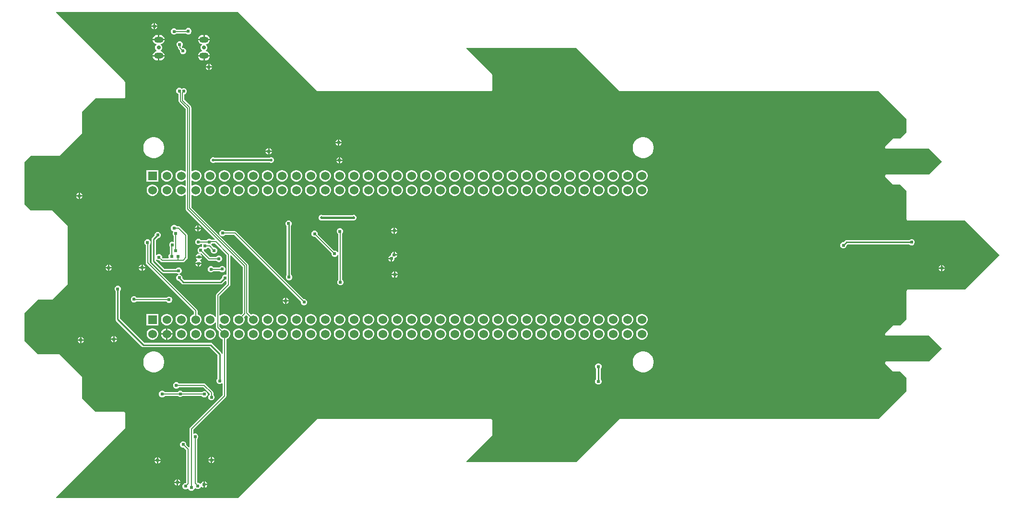
<source format=gbl>
G04*
G04 #@! TF.GenerationSoftware,Altium Limited,Altium Designer,23.4.1 (23)*
G04*
G04 Layer_Physical_Order=2*
G04 Layer_Color=11436288*
%FSLAX25Y25*%
%MOIN*%
G70*
G04*
G04 #@! TF.SameCoordinates,ACA3CFB4-5D02-48E1-8893-3A58BFC83F0D*
G04*
G04*
G04 #@! TF.FilePolarity,Positive*
G04*
G01*
G75*
%ADD10C,0.01000*%
%ADD16C,0.00600*%
%ADD53C,0.01200*%
%ADD54C,0.01600*%
%ADD56C,0.02795*%
%ADD57O,0.06299X0.04331*%
%ADD58C,0.06000*%
%ADD59R,0.06200X0.06200*%
%ADD60C,0.02000*%
%ADD61C,0.02400*%
G36*
X114243Y114243D02*
X114590Y114011D01*
X115000Y113929D01*
X235000Y113929D01*
X235410Y114011D01*
X235757Y114243D01*
X235989Y114590D01*
X236071Y115000D01*
Y125000D01*
X235989Y125410D01*
X235757Y125757D01*
X218046Y143467D01*
X218238Y143929D01*
X294557D01*
X324243Y114243D01*
X324590Y114011D01*
X325000Y113929D01*
X325000Y113929D01*
X504557D01*
X523929Y94557D01*
Y85443D01*
X519557Y81071D01*
X515000D01*
X515000Y81071D01*
X514590Y80989D01*
X514243Y80757D01*
X509243Y75757D01*
X509011Y75410D01*
X508929Y75000D01*
X509011Y74590D01*
X509243Y74243D01*
X509590Y74011D01*
X510000Y73929D01*
X539557D01*
X548486Y65000D01*
X539557Y56071D01*
X510000D01*
X509590Y55989D01*
X509243Y55757D01*
X509011Y55410D01*
X508929Y55000D01*
X509011Y54590D01*
X509243Y54243D01*
X514243Y49243D01*
X514590Y49011D01*
X515000Y48929D01*
X515000Y48929D01*
X519557D01*
X523929Y44556D01*
Y25000D01*
X524011Y24590D01*
X524243Y24243D01*
X524590Y24011D01*
X525000Y23929D01*
X564557D01*
X588486Y0D01*
X564557Y-23929D01*
X525000D01*
X524590Y-24011D01*
X524243Y-24243D01*
X524011Y-24590D01*
X523929Y-25000D01*
Y-44556D01*
X519557Y-48929D01*
X515000D01*
X515000Y-48929D01*
X514590Y-49011D01*
X514243Y-49243D01*
X509243Y-54243D01*
X509011Y-54590D01*
X508929Y-55000D01*
X509011Y-55410D01*
X509243Y-55757D01*
X509590Y-55989D01*
X510000Y-56071D01*
X539557D01*
X548486Y-65000D01*
X539557Y-73929D01*
X510000D01*
X509590Y-74011D01*
X509243Y-74243D01*
X509011Y-74590D01*
X508929Y-75000D01*
X509011Y-75410D01*
X509243Y-75757D01*
X514243Y-80757D01*
X514590Y-80989D01*
X515000Y-81071D01*
X515000Y-81071D01*
X519557D01*
X523929Y-85443D01*
Y-94557D01*
X504557Y-113929D01*
X325000D01*
X325000Y-113929D01*
X324590Y-114011D01*
X324243Y-114243D01*
X294557Y-143929D01*
X218238D01*
X218046Y-143467D01*
X235757Y-125757D01*
X235989Y-125410D01*
X236071Y-125000D01*
Y-115000D01*
X235989Y-114590D01*
X235757Y-114243D01*
X235410Y-114011D01*
X235000Y-113929D01*
X115000D01*
X115000Y-113929D01*
X114590Y-114011D01*
X114243Y-114243D01*
X114243Y-114243D01*
X59557Y-168929D01*
X-66762D01*
X-66953Y-168467D01*
X-19243Y-120757D01*
X-19011Y-120410D01*
X-18929Y-120000D01*
X-18929Y-120000D01*
Y-110000D01*
X-19011Y-109590D01*
X-19243Y-109243D01*
X-19590Y-109011D01*
X-20000Y-108929D01*
X-39557D01*
X-48929Y-99557D01*
Y-85000D01*
X-49011Y-84590D01*
X-49243Y-84243D01*
X-49243Y-84243D01*
X-64243Y-69243D01*
X-64590Y-69011D01*
X-65000Y-68929D01*
X-79557D01*
X-88929Y-59557D01*
Y-40444D01*
X-79557Y-31071D01*
X-70000D01*
X-69590Y-30989D01*
X-69243Y-30757D01*
X-59243Y-20757D01*
X-59243Y-20757D01*
X-59011Y-20410D01*
X-58929Y-20000D01*
X-58929Y-20000D01*
Y20000D01*
X-58929Y20000D01*
X-59011Y20410D01*
X-59243Y20757D01*
X-59243Y20757D01*
X-69243Y30757D01*
X-69590Y30989D01*
X-70000Y31071D01*
X-84557D01*
X-88929Y35443D01*
Y64557D01*
X-84557Y68929D01*
X-65000D01*
X-64590Y69011D01*
X-64243Y69243D01*
X-49243Y84243D01*
X-49243Y84243D01*
X-49011Y84590D01*
X-48929Y85000D01*
Y99557D01*
X-39557Y108929D01*
X-20000D01*
X-19590Y109011D01*
X-19243Y109243D01*
X-19011Y109590D01*
X-18929Y110000D01*
Y120000D01*
X-18929Y120000D01*
X-19011Y120410D01*
X-19243Y120757D01*
X-66953Y168467D01*
X-66762Y168929D01*
X59557D01*
X114243Y114243D01*
D02*
G37*
%LPC*%
G36*
X1800Y161274D02*
Y159600D01*
X3474D01*
X3165Y160346D01*
X2546Y160965D01*
X1800Y161274D01*
D02*
G37*
G36*
X800D02*
X54Y160965D01*
X-565Y160346D01*
X-874Y159600D01*
X800D01*
Y161274D01*
D02*
G37*
G36*
X3474Y158600D02*
X1800D01*
Y156926D01*
X2546Y157235D01*
X3165Y157854D01*
X3474Y158600D01*
D02*
G37*
G36*
X800D02*
X-874D01*
X-565Y157854D01*
X54Y157235D01*
X800Y156926D01*
Y158600D01*
D02*
G37*
G36*
X25338Y157800D02*
X24462D01*
X23654Y157465D01*
X23035Y156846D01*
X22985Y156726D01*
X16786D01*
X16246Y157265D01*
X15438Y157600D01*
X14562D01*
X13754Y157265D01*
X13135Y156646D01*
X12800Y155838D01*
Y154962D01*
X13135Y154154D01*
X13754Y153535D01*
X14562Y153200D01*
X15438D01*
X16246Y153535D01*
X16786Y154075D01*
X23314D01*
X23654Y153735D01*
X24462Y153400D01*
X25338D01*
X26146Y153735D01*
X26765Y154354D01*
X27100Y155162D01*
Y156038D01*
X26765Y156846D01*
X26146Y157465D01*
X25338Y157800D01*
D02*
G37*
G36*
X36811Y152976D02*
X36327D01*
Y150284D01*
X39938D01*
X39895Y150610D01*
X39576Y151380D01*
X39069Y152041D01*
X38407Y152548D01*
X37637Y152867D01*
X36811Y152976D01*
D02*
G37*
G36*
X35327D02*
X34843D01*
X34016Y152867D01*
X33246Y152548D01*
X32585Y152041D01*
X32078Y151380D01*
X31759Y150610D01*
X31716Y150284D01*
X35327D01*
Y152976D01*
D02*
G37*
G36*
X5315D02*
X4831D01*
Y150284D01*
X8442D01*
X8399Y150610D01*
X8080Y151380D01*
X7572Y152041D01*
X6911Y152548D01*
X6141Y152867D01*
X5315Y152976D01*
D02*
G37*
G36*
X3831D02*
X3347D01*
X2520Y152867D01*
X1750Y152548D01*
X1089Y152041D01*
X581Y151380D01*
X263Y150610D01*
X220Y150284D01*
X3831D01*
Y152976D01*
D02*
G37*
G36*
X19401Y148638D02*
X18525D01*
X17717Y148303D01*
X17098Y147684D01*
X16763Y146875D01*
Y146000D01*
X17098Y145191D01*
X17717Y144573D01*
X17888Y144502D01*
Y143851D01*
X17989Y143343D01*
X18276Y142913D01*
X18994Y142195D01*
Y141432D01*
X19329Y140623D01*
X19948Y140004D01*
X20757Y139670D01*
X21632D01*
X22441Y140004D01*
X23060Y140623D01*
X23394Y141432D01*
Y142307D01*
X23060Y143116D01*
X22441Y143735D01*
X21632Y144070D01*
X20869D01*
X20539Y144400D01*
Y144902D01*
X20828Y145191D01*
X21163Y146000D01*
Y146875D01*
X20828Y147684D01*
X20209Y148303D01*
X19401Y148638D01*
D02*
G37*
G36*
X39938Y149284D02*
X31716D01*
X31759Y148957D01*
X32078Y148187D01*
X32585Y147526D01*
X33246Y147019D01*
X34016Y146700D01*
X34309Y146661D01*
X34406Y146372D01*
X34424Y146142D01*
X33794Y145512D01*
X33429Y144631D01*
Y143677D01*
X33794Y142795D01*
X34424Y142166D01*
X34406Y141935D01*
X34309Y141646D01*
X34016Y141607D01*
X33246Y141288D01*
X32585Y140781D01*
X32078Y140120D01*
X31759Y139350D01*
X31716Y139024D01*
X39938D01*
X39895Y139350D01*
X39576Y140120D01*
X39069Y140781D01*
X38407Y141288D01*
X37637Y141607D01*
X37345Y141646D01*
X37248Y141935D01*
X37229Y142166D01*
X37859Y142795D01*
X38224Y143677D01*
Y144631D01*
X37859Y145512D01*
X37229Y146142D01*
X37248Y146372D01*
X37345Y146661D01*
X37637Y146700D01*
X38407Y147019D01*
X39069Y147526D01*
X39576Y148187D01*
X39895Y148957D01*
X39938Y149284D01*
D02*
G37*
G36*
X8442D02*
X220D01*
X263Y148957D01*
X581Y148187D01*
X1089Y147526D01*
X1750Y147019D01*
X2520Y146700D01*
X2813Y146661D01*
X2910Y146372D01*
X2928Y146142D01*
X2298Y145512D01*
X1933Y144631D01*
Y143677D01*
X2298Y142795D01*
X2928Y142166D01*
X2910Y141935D01*
X2813Y141646D01*
X2520Y141607D01*
X1750Y141288D01*
X1089Y140781D01*
X581Y140120D01*
X263Y139350D01*
X220Y139024D01*
X8442D01*
X8399Y139350D01*
X8080Y140120D01*
X7572Y140781D01*
X6911Y141288D01*
X6141Y141607D01*
X5849Y141646D01*
X5751Y141935D01*
X5733Y142166D01*
X6363Y142795D01*
X6728Y143677D01*
Y144631D01*
X6363Y145512D01*
X5733Y146142D01*
X5751Y146372D01*
X5849Y146661D01*
X6141Y146700D01*
X6911Y147019D01*
X7572Y147526D01*
X8080Y148187D01*
X8399Y148957D01*
X8442Y149284D01*
D02*
G37*
G36*
X39938Y138024D02*
X36327D01*
Y135331D01*
X36811D01*
X37637Y135440D01*
X38407Y135759D01*
X39069Y136266D01*
X39576Y136927D01*
X39895Y137697D01*
X39938Y138024D01*
D02*
G37*
G36*
X35327D02*
X31716D01*
X31759Y137697D01*
X32078Y136927D01*
X32585Y136266D01*
X33246Y135759D01*
X34016Y135440D01*
X34843Y135331D01*
X35327D01*
Y138024D01*
D02*
G37*
G36*
X8442D02*
X4831D01*
Y135331D01*
X5315D01*
X6141Y135440D01*
X6911Y135759D01*
X7572Y136266D01*
X8080Y136927D01*
X8399Y137697D01*
X8442Y138024D01*
D02*
G37*
G36*
X3831D02*
X220D01*
X263Y137697D01*
X581Y136927D01*
X1089Y136266D01*
X1750Y135759D01*
X2520Y135440D01*
X3347Y135331D01*
X3831D01*
Y138024D01*
D02*
G37*
G36*
X39700Y132874D02*
Y131200D01*
X41374D01*
X41065Y131946D01*
X40446Y132565D01*
X39700Y132874D01*
D02*
G37*
G36*
X38700D02*
X37954Y132565D01*
X37335Y131946D01*
X37026Y131200D01*
X38700D01*
Y132874D01*
D02*
G37*
G36*
X41374Y130200D02*
X39700D01*
Y128526D01*
X40446Y128835D01*
X41065Y129454D01*
X41374Y130200D01*
D02*
G37*
G36*
X38700D02*
X37026D01*
X37335Y129454D01*
X37954Y128835D01*
X38700Y128526D01*
Y130200D01*
D02*
G37*
G36*
X129900Y80374D02*
Y78700D01*
X131574D01*
X131265Y79446D01*
X130646Y80065D01*
X129900Y80374D01*
D02*
G37*
G36*
X128900D02*
X128154Y80065D01*
X127535Y79446D01*
X127226Y78700D01*
X128900D01*
Y80374D01*
D02*
G37*
G36*
X131574Y77700D02*
X129900D01*
Y76026D01*
X130646Y76335D01*
X131265Y76954D01*
X131574Y77700D01*
D02*
G37*
G36*
X128900D02*
X127226D01*
X127535Y76954D01*
X128154Y76335D01*
X128900Y76026D01*
Y77700D01*
D02*
G37*
G36*
X81300Y74274D02*
Y72600D01*
X82974D01*
X82665Y73346D01*
X82046Y73965D01*
X81300Y74274D01*
D02*
G37*
G36*
X80300D02*
X79554Y73965D01*
X78935Y73346D01*
X78626Y72600D01*
X80300D01*
Y74274D01*
D02*
G37*
G36*
X82974Y71600D02*
X81300D01*
Y69926D01*
X82046Y70235D01*
X82665Y70854D01*
X82974Y71600D01*
D02*
G37*
G36*
X80300D02*
X78626D01*
X78935Y70854D01*
X79554Y70235D01*
X80300Y69926D01*
Y71600D01*
D02*
G37*
G36*
X82898Y68000D02*
X82102D01*
X81367Y67695D01*
X81303Y67631D01*
X43246D01*
X42598Y67900D01*
X41802D01*
X41067Y67595D01*
X40505Y67033D01*
X40200Y66298D01*
Y65502D01*
X40505Y64767D01*
X41067Y64205D01*
X41802Y63900D01*
X42598D01*
X43333Y64205D01*
X43497Y64369D01*
X81303D01*
X81367Y64305D01*
X82102Y64000D01*
X82898D01*
X83633Y64305D01*
X84196Y64867D01*
X84500Y65602D01*
Y66398D01*
X84196Y67133D01*
X83633Y67695D01*
X82898Y68000D01*
D02*
G37*
G36*
X341614Y81800D02*
X340186D01*
X338785Y81521D01*
X337466Y80975D01*
X336278Y80181D01*
X335269Y79172D01*
X334475Y77984D01*
X333929Y76665D01*
X333650Y75264D01*
Y73836D01*
X333929Y72435D01*
X334475Y71116D01*
X335269Y69928D01*
X336278Y68919D01*
X337466Y68125D01*
X338785Y67579D01*
X340186Y67300D01*
X341614D01*
X343015Y67579D01*
X344334Y68125D01*
X345522Y68919D01*
X346531Y69928D01*
X347325Y71116D01*
X347871Y72435D01*
X348150Y73836D01*
Y75264D01*
X347871Y76665D01*
X347325Y77984D01*
X346531Y79172D01*
X345522Y80181D01*
X344334Y80975D01*
X343015Y81521D01*
X341614Y81800D01*
D02*
G37*
G36*
X1614D02*
X186D01*
X-1215Y81521D01*
X-2534Y80975D01*
X-3722Y80181D01*
X-4731Y79172D01*
X-5525Y77984D01*
X-6071Y76665D01*
X-6350Y75264D01*
Y73836D01*
X-6071Y72435D01*
X-5525Y71116D01*
X-4731Y69928D01*
X-3722Y68919D01*
X-2534Y68125D01*
X-1215Y67579D01*
X186Y67300D01*
X1614D01*
X3015Y67579D01*
X4334Y68125D01*
X5522Y68919D01*
X6531Y69928D01*
X7325Y71116D01*
X7871Y72435D01*
X8150Y73836D01*
Y75264D01*
X7871Y76665D01*
X7325Y77984D01*
X6531Y79172D01*
X5522Y80181D01*
X4334Y80975D01*
X3015Y81521D01*
X1614Y81800D01*
D02*
G37*
G36*
X130400Y67974D02*
Y66300D01*
X132074D01*
X131765Y67046D01*
X131146Y67665D01*
X130400Y67974D01*
D02*
G37*
G36*
X129400D02*
X128654Y67665D01*
X128035Y67046D01*
X127726Y66300D01*
X129400D01*
Y67974D01*
D02*
G37*
G36*
X132074Y65300D02*
X130400D01*
Y63626D01*
X131146Y63935D01*
X131765Y64554D01*
X132074Y65300D01*
D02*
G37*
G36*
X129400D02*
X127726D01*
X128035Y64554D01*
X128654Y63935D01*
X129400Y63626D01*
Y65300D01*
D02*
G37*
G36*
X19134Y116214D02*
X18259D01*
X17450Y115879D01*
X16831Y115260D01*
X16496Y114452D01*
Y113576D01*
X16831Y112768D01*
X17450Y112149D01*
X18259Y111814D01*
X18274D01*
Y107003D01*
X18375Y106496D01*
X18663Y106066D01*
X23175Y101554D01*
Y58136D01*
X22713Y57944D01*
X22456Y58201D01*
X21544Y58727D01*
X20527Y59000D01*
X19473D01*
X18456Y58727D01*
X17544Y58201D01*
X16799Y57456D01*
X16273Y56544D01*
X16000Y55527D01*
Y54473D01*
X16273Y53456D01*
X16799Y52544D01*
X17544Y51799D01*
X18456Y51273D01*
X19473Y51000D01*
X20527D01*
X21544Y51273D01*
X22456Y51799D01*
X22713Y52056D01*
X23175Y51864D01*
Y48136D01*
X22713Y47944D01*
X22456Y48201D01*
X21544Y48727D01*
X20527Y49000D01*
X19473D01*
X18456Y48727D01*
X17544Y48201D01*
X16799Y47456D01*
X16273Y46544D01*
X16000Y45527D01*
Y44473D01*
X16273Y43456D01*
X16799Y42544D01*
X17544Y41799D01*
X18456Y41273D01*
X19473Y41000D01*
X20527D01*
X21544Y41273D01*
X22456Y41799D01*
X22713Y42056D01*
X23175Y41864D01*
Y32003D01*
X23275Y31496D01*
X23563Y31066D01*
X43603Y11026D01*
X43396Y10526D01*
X41225D01*
X40766Y10985D01*
X39957Y11320D01*
X39082D01*
X38274Y10985D01*
X37714Y10425D01*
X33586D01*
X33146Y10865D01*
X32338Y11200D01*
X31462D01*
X30654Y10865D01*
X30035Y10246D01*
X29700Y9438D01*
Y8562D01*
X30035Y7754D01*
X30654Y7135D01*
X31462Y6800D01*
X32338D01*
X33146Y7135D01*
X33765Y7754D01*
X33774Y7774D01*
X34310D01*
X34564Y7275D01*
X34300Y6638D01*
Y5932D01*
X34137Y5663D01*
X33867Y5500D01*
X33162D01*
X32354Y5165D01*
X31735Y4546D01*
X31400Y3738D01*
Y2862D01*
X31735Y2054D01*
X32354Y1435D01*
X32680Y1300D01*
X32580Y800D01*
X31862D01*
X31054Y465D01*
X30435Y-154D01*
X30126Y-900D01*
X34474D01*
X34165Y-154D01*
X33546Y465D01*
X33220Y600D01*
X33320Y1100D01*
X33926D01*
X38642Y-3616D01*
X39072Y-3903D01*
X39579Y-4004D01*
X44372D01*
X44912Y-4544D01*
X45720Y-4879D01*
X46595D01*
X47404Y-4544D01*
X48023Y-3925D01*
X48358Y-3116D01*
Y-2241D01*
X48023Y-1433D01*
X47404Y-814D01*
X46595Y-479D01*
X45720D01*
X44912Y-814D01*
X44372Y-1353D01*
X40128D01*
X35800Y2974D01*
Y3568D01*
X35963Y3837D01*
X36233Y4000D01*
X36938D01*
X37746Y4335D01*
X38286Y4874D01*
X39151D01*
X40600Y3426D01*
Y2662D01*
X40935Y1854D01*
X41554Y1235D01*
X42362Y900D01*
X43238D01*
X44046Y1235D01*
X44665Y1854D01*
X45000Y2662D01*
Y3538D01*
X44665Y4346D01*
X44046Y4965D01*
X43238Y5300D01*
X42474D01*
X40969Y6805D01*
X40766Y7255D01*
X41385Y7874D01*
X41385Y7875D01*
X43451D01*
X51474Y-149D01*
Y-13572D01*
X51059Y-13850D01*
X50938Y-13800D01*
X50062D01*
X49254Y-14135D01*
X48635Y-14754D01*
X48300Y-15562D01*
Y-16037D01*
X46966Y-17371D01*
X22034D01*
X20841Y-16179D01*
Y-15421D01*
X20506Y-14612D01*
X19888Y-13994D01*
X19079Y-13659D01*
X18837D01*
X18738Y-13159D01*
X19446Y-12865D01*
X20065Y-12246D01*
X20400Y-11438D01*
Y-10562D01*
X20065Y-9754D01*
X19446Y-9135D01*
X18638Y-8800D01*
X17762D01*
X16954Y-9135D01*
X16518Y-9571D01*
X8234D01*
X2429Y-3766D01*
Y-3248D01*
X2929Y-3041D01*
X3354Y-3465D01*
X4162Y-3800D01*
X4925D01*
X5763Y-4637D01*
X6193Y-4925D01*
X6700Y-5026D01*
X21300D01*
X21807Y-4925D01*
X22237Y-4637D01*
X24137Y-2737D01*
X24425Y-2307D01*
X24525Y-1800D01*
Y13500D01*
X24425Y14007D01*
X24137Y14437D01*
X19037Y19537D01*
X18607Y19825D01*
X18100Y19926D01*
X16886D01*
X16346Y20465D01*
X15538Y20800D01*
X14662D01*
X13854Y20465D01*
X13235Y19846D01*
X12900Y19038D01*
Y18162D01*
X13235Y17354D01*
X13854Y16735D01*
X14172Y16603D01*
X14422Y16146D01*
X14370Y16021D01*
X14087Y15338D01*
Y14462D01*
X14422Y13654D01*
X14918Y13158D01*
Y9381D01*
X14502Y9104D01*
X14279Y9196D01*
X13404D01*
X12596Y8861D01*
X11977Y8242D01*
X11642Y7434D01*
Y6558D01*
X11977Y5750D01*
X12075Y5652D01*
Y686D01*
X11535Y146D01*
X11200Y-662D01*
Y-1538D01*
X11340Y-1874D01*
X11005Y-2375D01*
X7249D01*
X6800Y-1925D01*
Y-1162D01*
X6465Y-354D01*
X5846Y265D01*
X5038Y600D01*
X4162D01*
X3354Y265D01*
X2929Y-159D01*
X2429Y48D01*
Y10367D01*
X3663Y11600D01*
X4138D01*
X4946Y11935D01*
X5565Y12554D01*
X5900Y13362D01*
Y14238D01*
X5565Y15046D01*
X4946Y15665D01*
X4138Y16000D01*
X3262D01*
X2454Y15665D01*
X1835Y15046D01*
X1500Y14238D01*
Y13763D01*
X-181Y12081D01*
X-513Y11585D01*
X-629Y11000D01*
Y-4400D01*
X-513Y-4985D01*
X-181Y-5481D01*
X6519Y-12181D01*
X7015Y-12513D01*
X7600Y-12629D01*
X16718D01*
X16954Y-12865D01*
X17762Y-13200D01*
X18004D01*
X18104Y-13700D01*
X17395Y-13994D01*
X16776Y-14612D01*
X16441Y-15421D01*
Y-16296D01*
X16776Y-17105D01*
X17395Y-17724D01*
X18204Y-18059D01*
X18396D01*
X20319Y-19981D01*
X20815Y-20313D01*
X21400Y-20429D01*
X47600D01*
X48185Y-20313D01*
X48681Y-19981D01*
X50463Y-18200D01*
X50938D01*
X51059Y-18150D01*
X51474Y-18428D01*
Y-20151D01*
X44363Y-27263D01*
X44075Y-27693D01*
X43975Y-28200D01*
Y-42884D01*
X43475Y-43018D01*
X43201Y-42544D01*
X42456Y-41799D01*
X41544Y-41273D01*
X40527Y-41000D01*
X39473D01*
X38456Y-41273D01*
X37544Y-41799D01*
X36799Y-42544D01*
X36273Y-43456D01*
X36000Y-44473D01*
Y-45527D01*
X36273Y-46544D01*
X36799Y-47456D01*
X37544Y-48201D01*
X38456Y-48727D01*
X39473Y-49000D01*
X40527D01*
X41544Y-48727D01*
X42456Y-48201D01*
X43201Y-47456D01*
X43475Y-46982D01*
X43975Y-47116D01*
Y-50300D01*
X44075Y-50807D01*
X44363Y-51237D01*
X46386Y-53260D01*
X46273Y-53456D01*
X46000Y-54473D01*
Y-55527D01*
X46273Y-56544D01*
X46799Y-57456D01*
X47544Y-58201D01*
X48456Y-58727D01*
X48674Y-58786D01*
Y-68675D01*
X48175Y-68724D01*
X48113Y-68415D01*
X47781Y-67919D01*
X41381Y-61519D01*
X40885Y-61187D01*
X40300Y-61071D01*
X-5666D01*
X-22571Y-44166D01*
Y-25182D01*
X-22235Y-24846D01*
X-21900Y-24038D01*
Y-23162D01*
X-22235Y-22354D01*
X-22854Y-21735D01*
X-23662Y-21400D01*
X-24538D01*
X-25346Y-21735D01*
X-25965Y-22354D01*
X-26300Y-23162D01*
Y-24038D01*
X-25965Y-24846D01*
X-25629Y-25182D01*
Y-44800D01*
X-25513Y-45385D01*
X-25181Y-45881D01*
X-7381Y-63681D01*
X-6885Y-64013D01*
X-6300Y-64129D01*
X39667D01*
X45171Y-69634D01*
Y-86018D01*
X44835Y-86354D01*
X44500Y-87162D01*
Y-88038D01*
X44835Y-88846D01*
X45454Y-89465D01*
X46262Y-89800D01*
X47138D01*
X47946Y-89465D01*
X48175Y-89237D01*
X48674Y-89444D01*
Y-97651D01*
X26163Y-120163D01*
X25875Y-120593D01*
X25774Y-121100D01*
Y-133593D01*
X25275Y-133800D01*
X23600Y-132125D01*
Y-131362D01*
X23265Y-130554D01*
X22646Y-129935D01*
X21838Y-129600D01*
X20962D01*
X20154Y-129935D01*
X19535Y-130554D01*
X19200Y-131362D01*
Y-132238D01*
X19535Y-133046D01*
X20154Y-133665D01*
X20962Y-134000D01*
X21725D01*
X23374Y-135649D01*
Y-158551D01*
X23325Y-158600D01*
X22562D01*
X21754Y-158935D01*
X21135Y-159554D01*
X20800Y-160362D01*
Y-161238D01*
X21135Y-162046D01*
X21754Y-162665D01*
X22562Y-163000D01*
X23438D01*
X24246Y-162665D01*
X24451Y-162460D01*
X25041Y-162578D01*
X25235Y-163046D01*
X25854Y-163665D01*
X26662Y-164000D01*
X27538D01*
X28346Y-163665D01*
X28965Y-163046D01*
X29300Y-162238D01*
Y-162218D01*
X29800Y-162011D01*
X30254Y-162465D01*
X31062Y-162800D01*
X31938D01*
X32746Y-162465D01*
X33365Y-161846D01*
X33634Y-161198D01*
X33649Y-161188D01*
X34118Y-161083D01*
X34178Y-161090D01*
X34654Y-161565D01*
X35400Y-161874D01*
Y-159700D01*
Y-157526D01*
X34654Y-157835D01*
X34035Y-158454D01*
X33766Y-159102D01*
X33751Y-159112D01*
X33282Y-159217D01*
X33222Y-159210D01*
X32746Y-158735D01*
X31938Y-158400D01*
X31174D01*
X31025Y-158251D01*
Y-128186D01*
X31565Y-127646D01*
X31900Y-126838D01*
Y-125962D01*
X31565Y-125154D01*
X30946Y-124535D01*
X30138Y-124200D01*
X29262D01*
X28925Y-124340D01*
X28425Y-124005D01*
Y-121649D01*
X50937Y-99137D01*
X51225Y-98707D01*
X51326Y-98200D01*
Y-58786D01*
X51544Y-58727D01*
X52456Y-58201D01*
X53201Y-57456D01*
X53727Y-56544D01*
X54000Y-55527D01*
Y-54473D01*
X53727Y-53456D01*
X53201Y-52544D01*
X52456Y-51799D01*
X51544Y-51273D01*
X50527Y-51000D01*
X49473D01*
X48456Y-51273D01*
X48260Y-51386D01*
X46626Y-49751D01*
Y-47989D01*
X47126Y-47782D01*
X47544Y-48201D01*
X48456Y-48727D01*
X49473Y-49000D01*
X50527D01*
X51544Y-48727D01*
X52456Y-48201D01*
X53201Y-47456D01*
X53727Y-46544D01*
X54000Y-45527D01*
Y-44473D01*
X53727Y-43456D01*
X53201Y-42544D01*
X52456Y-41799D01*
X51544Y-41273D01*
X50527Y-41000D01*
X49473D01*
X48456Y-41273D01*
X47544Y-41799D01*
X47126Y-42218D01*
X46626Y-42011D01*
Y-28749D01*
X53737Y-21637D01*
X54025Y-21207D01*
X54125Y-20700D01*
Y-204D01*
X54625Y3D01*
X62875Y-8246D01*
Y-40251D01*
X61740Y-41386D01*
X61544Y-41273D01*
X60527Y-41000D01*
X59473D01*
X58456Y-41273D01*
X57544Y-41799D01*
X56799Y-42544D01*
X56273Y-43456D01*
X56000Y-44473D01*
Y-45527D01*
X56273Y-46544D01*
X56799Y-47456D01*
X57544Y-48201D01*
X58456Y-48727D01*
X59473Y-49000D01*
X60527D01*
X61544Y-48727D01*
X62456Y-48201D01*
X63201Y-47456D01*
X63727Y-46544D01*
X64000Y-45527D01*
Y-44473D01*
X63727Y-43456D01*
X63614Y-43260D01*
X65000Y-41875D01*
X66386Y-43260D01*
X66273Y-43456D01*
X66000Y-44473D01*
Y-45527D01*
X66273Y-46544D01*
X66799Y-47456D01*
X67544Y-48201D01*
X68456Y-48727D01*
X69473Y-49000D01*
X70527D01*
X71544Y-48727D01*
X72456Y-48201D01*
X73201Y-47456D01*
X73727Y-46544D01*
X74000Y-45527D01*
Y-44473D01*
X73727Y-43456D01*
X73201Y-42544D01*
X72456Y-41799D01*
X71544Y-41273D01*
X70527Y-41000D01*
X69473D01*
X68456Y-41273D01*
X68260Y-41386D01*
X66725Y-39851D01*
Y-7200D01*
X66625Y-6693D01*
X66337Y-6263D01*
X27025Y33049D01*
Y41664D01*
X27487Y41856D01*
X27544Y41799D01*
X28456Y41273D01*
X29473Y41000D01*
X30527D01*
X31544Y41273D01*
X32456Y41799D01*
X33201Y42544D01*
X33727Y43456D01*
X34000Y44473D01*
Y45527D01*
X33727Y46544D01*
X33201Y47456D01*
X32456Y48201D01*
X31544Y48727D01*
X30527Y49000D01*
X29473D01*
X28456Y48727D01*
X27544Y48201D01*
X27487Y48144D01*
X27025Y48336D01*
Y51664D01*
X27487Y51856D01*
X27544Y51799D01*
X28456Y51273D01*
X29473Y51000D01*
X30527D01*
X31544Y51273D01*
X32456Y51799D01*
X33201Y52544D01*
X33727Y53456D01*
X34000Y54473D01*
Y55527D01*
X33727Y56544D01*
X33201Y57456D01*
X32456Y58201D01*
X31544Y58727D01*
X30527Y59000D01*
X29473D01*
X28456Y58727D01*
X27544Y58201D01*
X27487Y58144D01*
X27025Y58336D01*
Y102600D01*
X27025Y102600D01*
X26925Y103107D01*
X26637Y103537D01*
X22226Y107949D01*
Y111709D01*
X22985Y112023D01*
X23604Y112642D01*
X23939Y113451D01*
Y114326D01*
X23604Y115134D01*
X22985Y115753D01*
X22176Y116088D01*
X21301D01*
X20492Y115753D01*
X20280Y115541D01*
X19942Y115879D01*
X19134Y116214D01*
D02*
G37*
G36*
X340527Y59000D02*
X339473D01*
X338456Y58727D01*
X337544Y58201D01*
X336799Y57456D01*
X336273Y56544D01*
X336000Y55527D01*
Y54473D01*
X336273Y53456D01*
X336799Y52544D01*
X337544Y51799D01*
X338456Y51273D01*
X339473Y51000D01*
X340527D01*
X341544Y51273D01*
X342456Y51799D01*
X343201Y52544D01*
X343727Y53456D01*
X344000Y54473D01*
Y55527D01*
X343727Y56544D01*
X343201Y57456D01*
X342456Y58201D01*
X341544Y58727D01*
X340527Y59000D01*
D02*
G37*
G36*
X330527D02*
X329473D01*
X328456Y58727D01*
X327544Y58201D01*
X326799Y57456D01*
X326273Y56544D01*
X326000Y55527D01*
Y54473D01*
X326273Y53456D01*
X326799Y52544D01*
X327544Y51799D01*
X328456Y51273D01*
X329473Y51000D01*
X330527D01*
X331544Y51273D01*
X332456Y51799D01*
X333201Y52544D01*
X333727Y53456D01*
X334000Y54473D01*
Y55527D01*
X333727Y56544D01*
X333201Y57456D01*
X332456Y58201D01*
X331544Y58727D01*
X330527Y59000D01*
D02*
G37*
G36*
X320527D02*
X319473D01*
X318456Y58727D01*
X317544Y58201D01*
X316799Y57456D01*
X316273Y56544D01*
X316000Y55527D01*
Y54473D01*
X316273Y53456D01*
X316799Y52544D01*
X317544Y51799D01*
X318456Y51273D01*
X319473Y51000D01*
X320527D01*
X321544Y51273D01*
X322456Y51799D01*
X323201Y52544D01*
X323727Y53456D01*
X324000Y54473D01*
Y55527D01*
X323727Y56544D01*
X323201Y57456D01*
X322456Y58201D01*
X321544Y58727D01*
X320527Y59000D01*
D02*
G37*
G36*
X310527D02*
X309473D01*
X308456Y58727D01*
X307544Y58201D01*
X306799Y57456D01*
X306273Y56544D01*
X306000Y55527D01*
Y54473D01*
X306273Y53456D01*
X306799Y52544D01*
X307544Y51799D01*
X308456Y51273D01*
X309473Y51000D01*
X310527D01*
X311544Y51273D01*
X312456Y51799D01*
X313201Y52544D01*
X313727Y53456D01*
X314000Y54473D01*
Y55527D01*
X313727Y56544D01*
X313201Y57456D01*
X312456Y58201D01*
X311544Y58727D01*
X310527Y59000D01*
D02*
G37*
G36*
X300527D02*
X299473D01*
X298456Y58727D01*
X297544Y58201D01*
X296799Y57456D01*
X296273Y56544D01*
X296000Y55527D01*
Y54473D01*
X296273Y53456D01*
X296799Y52544D01*
X297544Y51799D01*
X298456Y51273D01*
X299473Y51000D01*
X300527D01*
X301544Y51273D01*
X302456Y51799D01*
X303201Y52544D01*
X303727Y53456D01*
X304000Y54473D01*
Y55527D01*
X303727Y56544D01*
X303201Y57456D01*
X302456Y58201D01*
X301544Y58727D01*
X300527Y59000D01*
D02*
G37*
G36*
X290527D02*
X289473D01*
X288456Y58727D01*
X287544Y58201D01*
X286799Y57456D01*
X286273Y56544D01*
X286000Y55527D01*
Y54473D01*
X286273Y53456D01*
X286799Y52544D01*
X287544Y51799D01*
X288456Y51273D01*
X289473Y51000D01*
X290527D01*
X291544Y51273D01*
X292456Y51799D01*
X293201Y52544D01*
X293727Y53456D01*
X294000Y54473D01*
Y55527D01*
X293727Y56544D01*
X293201Y57456D01*
X292456Y58201D01*
X291544Y58727D01*
X290527Y59000D01*
D02*
G37*
G36*
X280527D02*
X279473D01*
X278456Y58727D01*
X277544Y58201D01*
X276799Y57456D01*
X276273Y56544D01*
X276000Y55527D01*
Y54473D01*
X276273Y53456D01*
X276799Y52544D01*
X277544Y51799D01*
X278456Y51273D01*
X279473Y51000D01*
X280527D01*
X281544Y51273D01*
X282456Y51799D01*
X283201Y52544D01*
X283727Y53456D01*
X284000Y54473D01*
Y55527D01*
X283727Y56544D01*
X283201Y57456D01*
X282456Y58201D01*
X281544Y58727D01*
X280527Y59000D01*
D02*
G37*
G36*
X270527D02*
X269473D01*
X268456Y58727D01*
X267544Y58201D01*
X266799Y57456D01*
X266273Y56544D01*
X266000Y55527D01*
Y54473D01*
X266273Y53456D01*
X266799Y52544D01*
X267544Y51799D01*
X268456Y51273D01*
X269473Y51000D01*
X270527D01*
X271544Y51273D01*
X272456Y51799D01*
X273201Y52544D01*
X273727Y53456D01*
X274000Y54473D01*
Y55527D01*
X273727Y56544D01*
X273201Y57456D01*
X272456Y58201D01*
X271544Y58727D01*
X270527Y59000D01*
D02*
G37*
G36*
X260527D02*
X259473D01*
X258456Y58727D01*
X257544Y58201D01*
X256799Y57456D01*
X256273Y56544D01*
X256000Y55527D01*
Y54473D01*
X256273Y53456D01*
X256799Y52544D01*
X257544Y51799D01*
X258456Y51273D01*
X259473Y51000D01*
X260527D01*
X261544Y51273D01*
X262456Y51799D01*
X263201Y52544D01*
X263727Y53456D01*
X264000Y54473D01*
Y55527D01*
X263727Y56544D01*
X263201Y57456D01*
X262456Y58201D01*
X261544Y58727D01*
X260527Y59000D01*
D02*
G37*
G36*
X250527D02*
X249473D01*
X248456Y58727D01*
X247544Y58201D01*
X246799Y57456D01*
X246273Y56544D01*
X246000Y55527D01*
Y54473D01*
X246273Y53456D01*
X246799Y52544D01*
X247544Y51799D01*
X248456Y51273D01*
X249473Y51000D01*
X250527D01*
X251544Y51273D01*
X252456Y51799D01*
X253201Y52544D01*
X253727Y53456D01*
X254000Y54473D01*
Y55527D01*
X253727Y56544D01*
X253201Y57456D01*
X252456Y58201D01*
X251544Y58727D01*
X250527Y59000D01*
D02*
G37*
G36*
X240527D02*
X239473D01*
X238456Y58727D01*
X237544Y58201D01*
X236799Y57456D01*
X236273Y56544D01*
X236000Y55527D01*
Y54473D01*
X236273Y53456D01*
X236799Y52544D01*
X237544Y51799D01*
X238456Y51273D01*
X239473Y51000D01*
X240527D01*
X241544Y51273D01*
X242456Y51799D01*
X243201Y52544D01*
X243727Y53456D01*
X244000Y54473D01*
Y55527D01*
X243727Y56544D01*
X243201Y57456D01*
X242456Y58201D01*
X241544Y58727D01*
X240527Y59000D01*
D02*
G37*
G36*
X230527D02*
X229473D01*
X228456Y58727D01*
X227544Y58201D01*
X226799Y57456D01*
X226273Y56544D01*
X226000Y55527D01*
Y54473D01*
X226273Y53456D01*
X226799Y52544D01*
X227544Y51799D01*
X228456Y51273D01*
X229473Y51000D01*
X230527D01*
X231544Y51273D01*
X232456Y51799D01*
X233201Y52544D01*
X233727Y53456D01*
X234000Y54473D01*
Y55527D01*
X233727Y56544D01*
X233201Y57456D01*
X232456Y58201D01*
X231544Y58727D01*
X230527Y59000D01*
D02*
G37*
G36*
X220527D02*
X219473D01*
X218456Y58727D01*
X217544Y58201D01*
X216799Y57456D01*
X216273Y56544D01*
X216000Y55527D01*
Y54473D01*
X216273Y53456D01*
X216799Y52544D01*
X217544Y51799D01*
X218456Y51273D01*
X219473Y51000D01*
X220527D01*
X221544Y51273D01*
X222456Y51799D01*
X223201Y52544D01*
X223727Y53456D01*
X224000Y54473D01*
Y55527D01*
X223727Y56544D01*
X223201Y57456D01*
X222456Y58201D01*
X221544Y58727D01*
X220527Y59000D01*
D02*
G37*
G36*
X210527D02*
X209473D01*
X208456Y58727D01*
X207544Y58201D01*
X206799Y57456D01*
X206273Y56544D01*
X206000Y55527D01*
Y54473D01*
X206273Y53456D01*
X206799Y52544D01*
X207544Y51799D01*
X208456Y51273D01*
X209473Y51000D01*
X210527D01*
X211544Y51273D01*
X212456Y51799D01*
X213201Y52544D01*
X213727Y53456D01*
X214000Y54473D01*
Y55527D01*
X213727Y56544D01*
X213201Y57456D01*
X212456Y58201D01*
X211544Y58727D01*
X210527Y59000D01*
D02*
G37*
G36*
X200527D02*
X199473D01*
X198456Y58727D01*
X197544Y58201D01*
X196799Y57456D01*
X196273Y56544D01*
X196000Y55527D01*
Y54473D01*
X196273Y53456D01*
X196799Y52544D01*
X197544Y51799D01*
X198456Y51273D01*
X199473Y51000D01*
X200527D01*
X201544Y51273D01*
X202456Y51799D01*
X203201Y52544D01*
X203727Y53456D01*
X204000Y54473D01*
Y55527D01*
X203727Y56544D01*
X203201Y57456D01*
X202456Y58201D01*
X201544Y58727D01*
X200527Y59000D01*
D02*
G37*
G36*
X190527D02*
X189473D01*
X188456Y58727D01*
X187544Y58201D01*
X186799Y57456D01*
X186273Y56544D01*
X186000Y55527D01*
Y54473D01*
X186273Y53456D01*
X186799Y52544D01*
X187544Y51799D01*
X188456Y51273D01*
X189473Y51000D01*
X190527D01*
X191544Y51273D01*
X192456Y51799D01*
X193201Y52544D01*
X193727Y53456D01*
X194000Y54473D01*
Y55527D01*
X193727Y56544D01*
X193201Y57456D01*
X192456Y58201D01*
X191544Y58727D01*
X190527Y59000D01*
D02*
G37*
G36*
X180527D02*
X179473D01*
X178456Y58727D01*
X177544Y58201D01*
X176799Y57456D01*
X176273Y56544D01*
X176000Y55527D01*
Y54473D01*
X176273Y53456D01*
X176799Y52544D01*
X177544Y51799D01*
X178456Y51273D01*
X179473Y51000D01*
X180527D01*
X181544Y51273D01*
X182456Y51799D01*
X183201Y52544D01*
X183727Y53456D01*
X184000Y54473D01*
Y55527D01*
X183727Y56544D01*
X183201Y57456D01*
X182456Y58201D01*
X181544Y58727D01*
X180527Y59000D01*
D02*
G37*
G36*
X170527D02*
X169473D01*
X168456Y58727D01*
X167544Y58201D01*
X166799Y57456D01*
X166273Y56544D01*
X166000Y55527D01*
Y54473D01*
X166273Y53456D01*
X166799Y52544D01*
X167544Y51799D01*
X168456Y51273D01*
X169473Y51000D01*
X170527D01*
X171544Y51273D01*
X172456Y51799D01*
X173201Y52544D01*
X173727Y53456D01*
X174000Y54473D01*
Y55527D01*
X173727Y56544D01*
X173201Y57456D01*
X172456Y58201D01*
X171544Y58727D01*
X170527Y59000D01*
D02*
G37*
G36*
X160527D02*
X159473D01*
X158456Y58727D01*
X157544Y58201D01*
X156799Y57456D01*
X156273Y56544D01*
X156000Y55527D01*
Y54473D01*
X156273Y53456D01*
X156799Y52544D01*
X157544Y51799D01*
X158456Y51273D01*
X159473Y51000D01*
X160527D01*
X161544Y51273D01*
X162456Y51799D01*
X163201Y52544D01*
X163727Y53456D01*
X164000Y54473D01*
Y55527D01*
X163727Y56544D01*
X163201Y57456D01*
X162456Y58201D01*
X161544Y58727D01*
X160527Y59000D01*
D02*
G37*
G36*
X150527D02*
X149473D01*
X148456Y58727D01*
X147544Y58201D01*
X146799Y57456D01*
X146273Y56544D01*
X146000Y55527D01*
Y54473D01*
X146273Y53456D01*
X146799Y52544D01*
X147544Y51799D01*
X148456Y51273D01*
X149473Y51000D01*
X150527D01*
X151544Y51273D01*
X152456Y51799D01*
X153201Y52544D01*
X153727Y53456D01*
X154000Y54473D01*
Y55527D01*
X153727Y56544D01*
X153201Y57456D01*
X152456Y58201D01*
X151544Y58727D01*
X150527Y59000D01*
D02*
G37*
G36*
X140527D02*
X139473D01*
X138456Y58727D01*
X137544Y58201D01*
X136799Y57456D01*
X136273Y56544D01*
X136000Y55527D01*
Y54473D01*
X136273Y53456D01*
X136799Y52544D01*
X137544Y51799D01*
X138456Y51273D01*
X139473Y51000D01*
X140527D01*
X141544Y51273D01*
X142456Y51799D01*
X143201Y52544D01*
X143727Y53456D01*
X144000Y54473D01*
Y55527D01*
X143727Y56544D01*
X143201Y57456D01*
X142456Y58201D01*
X141544Y58727D01*
X140527Y59000D01*
D02*
G37*
G36*
X130527D02*
X129473D01*
X128456Y58727D01*
X127544Y58201D01*
X126799Y57456D01*
X126273Y56544D01*
X126000Y55527D01*
Y54473D01*
X126273Y53456D01*
X126799Y52544D01*
X127544Y51799D01*
X128456Y51273D01*
X129473Y51000D01*
X130527D01*
X131544Y51273D01*
X132456Y51799D01*
X133201Y52544D01*
X133727Y53456D01*
X134000Y54473D01*
Y55527D01*
X133727Y56544D01*
X133201Y57456D01*
X132456Y58201D01*
X131544Y58727D01*
X130527Y59000D01*
D02*
G37*
G36*
X120527D02*
X119473D01*
X118456Y58727D01*
X117544Y58201D01*
X116799Y57456D01*
X116273Y56544D01*
X116000Y55527D01*
Y54473D01*
X116273Y53456D01*
X116799Y52544D01*
X117544Y51799D01*
X118456Y51273D01*
X119473Y51000D01*
X120527D01*
X121544Y51273D01*
X122456Y51799D01*
X123201Y52544D01*
X123727Y53456D01*
X124000Y54473D01*
Y55527D01*
X123727Y56544D01*
X123201Y57456D01*
X122456Y58201D01*
X121544Y58727D01*
X120527Y59000D01*
D02*
G37*
G36*
X110527D02*
X109473D01*
X108456Y58727D01*
X107544Y58201D01*
X106799Y57456D01*
X106273Y56544D01*
X106000Y55527D01*
Y54473D01*
X106273Y53456D01*
X106799Y52544D01*
X107544Y51799D01*
X108456Y51273D01*
X109473Y51000D01*
X110527D01*
X111544Y51273D01*
X112456Y51799D01*
X113201Y52544D01*
X113727Y53456D01*
X114000Y54473D01*
Y55527D01*
X113727Y56544D01*
X113201Y57456D01*
X112456Y58201D01*
X111544Y58727D01*
X110527Y59000D01*
D02*
G37*
G36*
X100527D02*
X99473D01*
X98456Y58727D01*
X97544Y58201D01*
X96799Y57456D01*
X96273Y56544D01*
X96000Y55527D01*
Y54473D01*
X96273Y53456D01*
X96799Y52544D01*
X97544Y51799D01*
X98456Y51273D01*
X99473Y51000D01*
X100527D01*
X101544Y51273D01*
X102456Y51799D01*
X103201Y52544D01*
X103727Y53456D01*
X104000Y54473D01*
Y55527D01*
X103727Y56544D01*
X103201Y57456D01*
X102456Y58201D01*
X101544Y58727D01*
X100527Y59000D01*
D02*
G37*
G36*
X90527D02*
X89473D01*
X88456Y58727D01*
X87544Y58201D01*
X86799Y57456D01*
X86273Y56544D01*
X86000Y55527D01*
Y54473D01*
X86273Y53456D01*
X86799Y52544D01*
X87544Y51799D01*
X88456Y51273D01*
X89473Y51000D01*
X90527D01*
X91544Y51273D01*
X92456Y51799D01*
X93201Y52544D01*
X93727Y53456D01*
X94000Y54473D01*
Y55527D01*
X93727Y56544D01*
X93201Y57456D01*
X92456Y58201D01*
X91544Y58727D01*
X90527Y59000D01*
D02*
G37*
G36*
X80527D02*
X79473D01*
X78456Y58727D01*
X77544Y58201D01*
X76799Y57456D01*
X76273Y56544D01*
X76000Y55527D01*
Y54473D01*
X76273Y53456D01*
X76799Y52544D01*
X77544Y51799D01*
X78456Y51273D01*
X79473Y51000D01*
X80527D01*
X81544Y51273D01*
X82456Y51799D01*
X83201Y52544D01*
X83727Y53456D01*
X84000Y54473D01*
Y55527D01*
X83727Y56544D01*
X83201Y57456D01*
X82456Y58201D01*
X81544Y58727D01*
X80527Y59000D01*
D02*
G37*
G36*
X70527D02*
X69473D01*
X68456Y58727D01*
X67544Y58201D01*
X66799Y57456D01*
X66273Y56544D01*
X66000Y55527D01*
Y54473D01*
X66273Y53456D01*
X66799Y52544D01*
X67544Y51799D01*
X68456Y51273D01*
X69473Y51000D01*
X70527D01*
X71544Y51273D01*
X72456Y51799D01*
X73201Y52544D01*
X73727Y53456D01*
X74000Y54473D01*
Y55527D01*
X73727Y56544D01*
X73201Y57456D01*
X72456Y58201D01*
X71544Y58727D01*
X70527Y59000D01*
D02*
G37*
G36*
X60527D02*
X59473D01*
X58456Y58727D01*
X57544Y58201D01*
X56799Y57456D01*
X56273Y56544D01*
X56000Y55527D01*
Y54473D01*
X56273Y53456D01*
X56799Y52544D01*
X57544Y51799D01*
X58456Y51273D01*
X59473Y51000D01*
X60527D01*
X61544Y51273D01*
X62456Y51799D01*
X63201Y52544D01*
X63727Y53456D01*
X64000Y54473D01*
Y55527D01*
X63727Y56544D01*
X63201Y57456D01*
X62456Y58201D01*
X61544Y58727D01*
X60527Y59000D01*
D02*
G37*
G36*
X50527D02*
X49473D01*
X48456Y58727D01*
X47544Y58201D01*
X46799Y57456D01*
X46273Y56544D01*
X46000Y55527D01*
Y54473D01*
X46273Y53456D01*
X46799Y52544D01*
X47544Y51799D01*
X48456Y51273D01*
X49473Y51000D01*
X50527D01*
X51544Y51273D01*
X52456Y51799D01*
X53201Y52544D01*
X53727Y53456D01*
X54000Y54473D01*
Y55527D01*
X53727Y56544D01*
X53201Y57456D01*
X52456Y58201D01*
X51544Y58727D01*
X50527Y59000D01*
D02*
G37*
G36*
X40527D02*
X39473D01*
X38456Y58727D01*
X37544Y58201D01*
X36799Y57456D01*
X36273Y56544D01*
X36000Y55527D01*
Y54473D01*
X36273Y53456D01*
X36799Y52544D01*
X37544Y51799D01*
X38456Y51273D01*
X39473Y51000D01*
X40527D01*
X41544Y51273D01*
X42456Y51799D01*
X43201Y52544D01*
X43727Y53456D01*
X44000Y54473D01*
Y55527D01*
X43727Y56544D01*
X43201Y57456D01*
X42456Y58201D01*
X41544Y58727D01*
X40527Y59000D01*
D02*
G37*
G36*
X10527D02*
X9473D01*
X8456Y58727D01*
X7544Y58201D01*
X6799Y57456D01*
X6273Y56544D01*
X6000Y55527D01*
Y54473D01*
X6273Y53456D01*
X6799Y52544D01*
X7544Y51799D01*
X8456Y51273D01*
X9473Y51000D01*
X10527D01*
X11544Y51273D01*
X12456Y51799D01*
X13201Y52544D01*
X13727Y53456D01*
X14000Y54473D01*
Y55527D01*
X13727Y56544D01*
X13201Y57456D01*
X12456Y58201D01*
X11544Y58727D01*
X10527Y59000D01*
D02*
G37*
G36*
X4100Y59100D02*
X-4100D01*
Y50900D01*
X4100D01*
Y59100D01*
D02*
G37*
G36*
X-50300Y43174D02*
Y41500D01*
X-48626D01*
X-48935Y42246D01*
X-49554Y42865D01*
X-50300Y43174D01*
D02*
G37*
G36*
X-51300D02*
X-52046Y42865D01*
X-52665Y42246D01*
X-52974Y41500D01*
X-51300D01*
Y43174D01*
D02*
G37*
G36*
X340527Y49000D02*
X339473D01*
X338456Y48727D01*
X337544Y48201D01*
X336799Y47456D01*
X336273Y46544D01*
X336000Y45527D01*
Y44473D01*
X336273Y43456D01*
X336799Y42544D01*
X337544Y41799D01*
X338456Y41273D01*
X339473Y41000D01*
X340527D01*
X341544Y41273D01*
X342456Y41799D01*
X343201Y42544D01*
X343727Y43456D01*
X344000Y44473D01*
Y45527D01*
X343727Y46544D01*
X343201Y47456D01*
X342456Y48201D01*
X341544Y48727D01*
X340527Y49000D01*
D02*
G37*
G36*
X330527D02*
X329473D01*
X328456Y48727D01*
X327544Y48201D01*
X326799Y47456D01*
X326273Y46544D01*
X326000Y45527D01*
Y44473D01*
X326273Y43456D01*
X326799Y42544D01*
X327544Y41799D01*
X328456Y41273D01*
X329473Y41000D01*
X330527D01*
X331544Y41273D01*
X332456Y41799D01*
X333201Y42544D01*
X333727Y43456D01*
X334000Y44473D01*
Y45527D01*
X333727Y46544D01*
X333201Y47456D01*
X332456Y48201D01*
X331544Y48727D01*
X330527Y49000D01*
D02*
G37*
G36*
X320527D02*
X319473D01*
X318456Y48727D01*
X317544Y48201D01*
X316799Y47456D01*
X316273Y46544D01*
X316000Y45527D01*
Y44473D01*
X316273Y43456D01*
X316799Y42544D01*
X317544Y41799D01*
X318456Y41273D01*
X319473Y41000D01*
X320527D01*
X321544Y41273D01*
X322456Y41799D01*
X323201Y42544D01*
X323727Y43456D01*
X324000Y44473D01*
Y45527D01*
X323727Y46544D01*
X323201Y47456D01*
X322456Y48201D01*
X321544Y48727D01*
X320527Y49000D01*
D02*
G37*
G36*
X310527D02*
X309473D01*
X308456Y48727D01*
X307544Y48201D01*
X306799Y47456D01*
X306273Y46544D01*
X306000Y45527D01*
Y44473D01*
X306273Y43456D01*
X306799Y42544D01*
X307544Y41799D01*
X308456Y41273D01*
X309473Y41000D01*
X310527D01*
X311544Y41273D01*
X312456Y41799D01*
X313201Y42544D01*
X313727Y43456D01*
X314000Y44473D01*
Y45527D01*
X313727Y46544D01*
X313201Y47456D01*
X312456Y48201D01*
X311544Y48727D01*
X310527Y49000D01*
D02*
G37*
G36*
X300527D02*
X299473D01*
X298456Y48727D01*
X297544Y48201D01*
X296799Y47456D01*
X296273Y46544D01*
X296000Y45527D01*
Y44473D01*
X296273Y43456D01*
X296799Y42544D01*
X297544Y41799D01*
X298456Y41273D01*
X299473Y41000D01*
X300527D01*
X301544Y41273D01*
X302456Y41799D01*
X303201Y42544D01*
X303727Y43456D01*
X304000Y44473D01*
Y45527D01*
X303727Y46544D01*
X303201Y47456D01*
X302456Y48201D01*
X301544Y48727D01*
X300527Y49000D01*
D02*
G37*
G36*
X290527D02*
X289473D01*
X288456Y48727D01*
X287544Y48201D01*
X286799Y47456D01*
X286273Y46544D01*
X286000Y45527D01*
Y44473D01*
X286273Y43456D01*
X286799Y42544D01*
X287544Y41799D01*
X288456Y41273D01*
X289473Y41000D01*
X290527D01*
X291544Y41273D01*
X292456Y41799D01*
X293201Y42544D01*
X293727Y43456D01*
X294000Y44473D01*
Y45527D01*
X293727Y46544D01*
X293201Y47456D01*
X292456Y48201D01*
X291544Y48727D01*
X290527Y49000D01*
D02*
G37*
G36*
X280527D02*
X279473D01*
X278456Y48727D01*
X277544Y48201D01*
X276799Y47456D01*
X276273Y46544D01*
X276000Y45527D01*
Y44473D01*
X276273Y43456D01*
X276799Y42544D01*
X277544Y41799D01*
X278456Y41273D01*
X279473Y41000D01*
X280527D01*
X281544Y41273D01*
X282456Y41799D01*
X283201Y42544D01*
X283727Y43456D01*
X284000Y44473D01*
Y45527D01*
X283727Y46544D01*
X283201Y47456D01*
X282456Y48201D01*
X281544Y48727D01*
X280527Y49000D01*
D02*
G37*
G36*
X270527D02*
X269473D01*
X268456Y48727D01*
X267544Y48201D01*
X266799Y47456D01*
X266273Y46544D01*
X266000Y45527D01*
Y44473D01*
X266273Y43456D01*
X266799Y42544D01*
X267544Y41799D01*
X268456Y41273D01*
X269473Y41000D01*
X270527D01*
X271544Y41273D01*
X272456Y41799D01*
X273201Y42544D01*
X273727Y43456D01*
X274000Y44473D01*
Y45527D01*
X273727Y46544D01*
X273201Y47456D01*
X272456Y48201D01*
X271544Y48727D01*
X270527Y49000D01*
D02*
G37*
G36*
X260527D02*
X259473D01*
X258456Y48727D01*
X257544Y48201D01*
X256799Y47456D01*
X256273Y46544D01*
X256000Y45527D01*
Y44473D01*
X256273Y43456D01*
X256799Y42544D01*
X257544Y41799D01*
X258456Y41273D01*
X259473Y41000D01*
X260527D01*
X261544Y41273D01*
X262456Y41799D01*
X263201Y42544D01*
X263727Y43456D01*
X264000Y44473D01*
Y45527D01*
X263727Y46544D01*
X263201Y47456D01*
X262456Y48201D01*
X261544Y48727D01*
X260527Y49000D01*
D02*
G37*
G36*
X250527D02*
X249473D01*
X248456Y48727D01*
X247544Y48201D01*
X246799Y47456D01*
X246273Y46544D01*
X246000Y45527D01*
Y44473D01*
X246273Y43456D01*
X246799Y42544D01*
X247544Y41799D01*
X248456Y41273D01*
X249473Y41000D01*
X250527D01*
X251544Y41273D01*
X252456Y41799D01*
X253201Y42544D01*
X253727Y43456D01*
X254000Y44473D01*
Y45527D01*
X253727Y46544D01*
X253201Y47456D01*
X252456Y48201D01*
X251544Y48727D01*
X250527Y49000D01*
D02*
G37*
G36*
X240527D02*
X239473D01*
X238456Y48727D01*
X237544Y48201D01*
X236799Y47456D01*
X236273Y46544D01*
X236000Y45527D01*
Y44473D01*
X236273Y43456D01*
X236799Y42544D01*
X237544Y41799D01*
X238456Y41273D01*
X239473Y41000D01*
X240527D01*
X241544Y41273D01*
X242456Y41799D01*
X243201Y42544D01*
X243727Y43456D01*
X244000Y44473D01*
Y45527D01*
X243727Y46544D01*
X243201Y47456D01*
X242456Y48201D01*
X241544Y48727D01*
X240527Y49000D01*
D02*
G37*
G36*
X230527D02*
X229473D01*
X228456Y48727D01*
X227544Y48201D01*
X226799Y47456D01*
X226273Y46544D01*
X226000Y45527D01*
Y44473D01*
X226273Y43456D01*
X226799Y42544D01*
X227544Y41799D01*
X228456Y41273D01*
X229473Y41000D01*
X230527D01*
X231544Y41273D01*
X232456Y41799D01*
X233201Y42544D01*
X233727Y43456D01*
X234000Y44473D01*
Y45527D01*
X233727Y46544D01*
X233201Y47456D01*
X232456Y48201D01*
X231544Y48727D01*
X230527Y49000D01*
D02*
G37*
G36*
X220527D02*
X219473D01*
X218456Y48727D01*
X217544Y48201D01*
X216799Y47456D01*
X216273Y46544D01*
X216000Y45527D01*
Y44473D01*
X216273Y43456D01*
X216799Y42544D01*
X217544Y41799D01*
X218456Y41273D01*
X219473Y41000D01*
X220527D01*
X221544Y41273D01*
X222456Y41799D01*
X223201Y42544D01*
X223727Y43456D01*
X224000Y44473D01*
Y45527D01*
X223727Y46544D01*
X223201Y47456D01*
X222456Y48201D01*
X221544Y48727D01*
X220527Y49000D01*
D02*
G37*
G36*
X210527D02*
X209473D01*
X208456Y48727D01*
X207544Y48201D01*
X206799Y47456D01*
X206273Y46544D01*
X206000Y45527D01*
Y44473D01*
X206273Y43456D01*
X206799Y42544D01*
X207544Y41799D01*
X208456Y41273D01*
X209473Y41000D01*
X210527D01*
X211544Y41273D01*
X212456Y41799D01*
X213201Y42544D01*
X213727Y43456D01*
X214000Y44473D01*
Y45527D01*
X213727Y46544D01*
X213201Y47456D01*
X212456Y48201D01*
X211544Y48727D01*
X210527Y49000D01*
D02*
G37*
G36*
X200527D02*
X199473D01*
X198456Y48727D01*
X197544Y48201D01*
X196799Y47456D01*
X196273Y46544D01*
X196000Y45527D01*
Y44473D01*
X196273Y43456D01*
X196799Y42544D01*
X197544Y41799D01*
X198456Y41273D01*
X199473Y41000D01*
X200527D01*
X201544Y41273D01*
X202456Y41799D01*
X203201Y42544D01*
X203727Y43456D01*
X204000Y44473D01*
Y45527D01*
X203727Y46544D01*
X203201Y47456D01*
X202456Y48201D01*
X201544Y48727D01*
X200527Y49000D01*
D02*
G37*
G36*
X190527D02*
X189473D01*
X188456Y48727D01*
X187544Y48201D01*
X186799Y47456D01*
X186273Y46544D01*
X186000Y45527D01*
Y44473D01*
X186273Y43456D01*
X186799Y42544D01*
X187544Y41799D01*
X188456Y41273D01*
X189473Y41000D01*
X190527D01*
X191544Y41273D01*
X192456Y41799D01*
X193201Y42544D01*
X193727Y43456D01*
X194000Y44473D01*
Y45527D01*
X193727Y46544D01*
X193201Y47456D01*
X192456Y48201D01*
X191544Y48727D01*
X190527Y49000D01*
D02*
G37*
G36*
X180527D02*
X179473D01*
X178456Y48727D01*
X177544Y48201D01*
X176799Y47456D01*
X176273Y46544D01*
X176000Y45527D01*
Y44473D01*
X176273Y43456D01*
X176799Y42544D01*
X177544Y41799D01*
X178456Y41273D01*
X179473Y41000D01*
X180527D01*
X181544Y41273D01*
X182456Y41799D01*
X183201Y42544D01*
X183727Y43456D01*
X184000Y44473D01*
Y45527D01*
X183727Y46544D01*
X183201Y47456D01*
X182456Y48201D01*
X181544Y48727D01*
X180527Y49000D01*
D02*
G37*
G36*
X170527D02*
X169473D01*
X168456Y48727D01*
X167544Y48201D01*
X166799Y47456D01*
X166273Y46544D01*
X166000Y45527D01*
Y44473D01*
X166273Y43456D01*
X166799Y42544D01*
X167544Y41799D01*
X168456Y41273D01*
X169473Y41000D01*
X170527D01*
X171544Y41273D01*
X172456Y41799D01*
X173201Y42544D01*
X173727Y43456D01*
X174000Y44473D01*
Y45527D01*
X173727Y46544D01*
X173201Y47456D01*
X172456Y48201D01*
X171544Y48727D01*
X170527Y49000D01*
D02*
G37*
G36*
X160527D02*
X159473D01*
X158456Y48727D01*
X157544Y48201D01*
X156799Y47456D01*
X156273Y46544D01*
X156000Y45527D01*
Y44473D01*
X156273Y43456D01*
X156799Y42544D01*
X157544Y41799D01*
X158456Y41273D01*
X159473Y41000D01*
X160527D01*
X161544Y41273D01*
X162456Y41799D01*
X163201Y42544D01*
X163727Y43456D01*
X164000Y44473D01*
Y45527D01*
X163727Y46544D01*
X163201Y47456D01*
X162456Y48201D01*
X161544Y48727D01*
X160527Y49000D01*
D02*
G37*
G36*
X150527D02*
X149473D01*
X148456Y48727D01*
X147544Y48201D01*
X146799Y47456D01*
X146273Y46544D01*
X146000Y45527D01*
Y44473D01*
X146273Y43456D01*
X146799Y42544D01*
X147544Y41799D01*
X148456Y41273D01*
X149473Y41000D01*
X150527D01*
X151544Y41273D01*
X152456Y41799D01*
X153201Y42544D01*
X153727Y43456D01*
X154000Y44473D01*
Y45527D01*
X153727Y46544D01*
X153201Y47456D01*
X152456Y48201D01*
X151544Y48727D01*
X150527Y49000D01*
D02*
G37*
G36*
X140527D02*
X139473D01*
X138456Y48727D01*
X137544Y48201D01*
X136799Y47456D01*
X136273Y46544D01*
X136000Y45527D01*
Y44473D01*
X136273Y43456D01*
X136799Y42544D01*
X137544Y41799D01*
X138456Y41273D01*
X139473Y41000D01*
X140527D01*
X141544Y41273D01*
X142456Y41799D01*
X143201Y42544D01*
X143727Y43456D01*
X144000Y44473D01*
Y45527D01*
X143727Y46544D01*
X143201Y47456D01*
X142456Y48201D01*
X141544Y48727D01*
X140527Y49000D01*
D02*
G37*
G36*
X130527D02*
X129473D01*
X128456Y48727D01*
X127544Y48201D01*
X126799Y47456D01*
X126273Y46544D01*
X126000Y45527D01*
Y44473D01*
X126273Y43456D01*
X126799Y42544D01*
X127544Y41799D01*
X128456Y41273D01*
X129473Y41000D01*
X130527D01*
X131544Y41273D01*
X132456Y41799D01*
X133201Y42544D01*
X133727Y43456D01*
X134000Y44473D01*
Y45527D01*
X133727Y46544D01*
X133201Y47456D01*
X132456Y48201D01*
X131544Y48727D01*
X130527Y49000D01*
D02*
G37*
G36*
X120527D02*
X119473D01*
X118456Y48727D01*
X117544Y48201D01*
X116799Y47456D01*
X116273Y46544D01*
X116000Y45527D01*
Y44473D01*
X116273Y43456D01*
X116799Y42544D01*
X117544Y41799D01*
X118456Y41273D01*
X119473Y41000D01*
X120527D01*
X121544Y41273D01*
X122456Y41799D01*
X123201Y42544D01*
X123727Y43456D01*
X124000Y44473D01*
Y45527D01*
X123727Y46544D01*
X123201Y47456D01*
X122456Y48201D01*
X121544Y48727D01*
X120527Y49000D01*
D02*
G37*
G36*
X110527D02*
X109473D01*
X108456Y48727D01*
X107544Y48201D01*
X106799Y47456D01*
X106273Y46544D01*
X106000Y45527D01*
Y44473D01*
X106273Y43456D01*
X106799Y42544D01*
X107544Y41799D01*
X108456Y41273D01*
X109473Y41000D01*
X110527D01*
X111544Y41273D01*
X112456Y41799D01*
X113201Y42544D01*
X113727Y43456D01*
X114000Y44473D01*
Y45527D01*
X113727Y46544D01*
X113201Y47456D01*
X112456Y48201D01*
X111544Y48727D01*
X110527Y49000D01*
D02*
G37*
G36*
X100527D02*
X99473D01*
X98456Y48727D01*
X97544Y48201D01*
X96799Y47456D01*
X96273Y46544D01*
X96000Y45527D01*
Y44473D01*
X96273Y43456D01*
X96799Y42544D01*
X97544Y41799D01*
X98456Y41273D01*
X99473Y41000D01*
X100527D01*
X101544Y41273D01*
X102456Y41799D01*
X103201Y42544D01*
X103727Y43456D01*
X104000Y44473D01*
Y45527D01*
X103727Y46544D01*
X103201Y47456D01*
X102456Y48201D01*
X101544Y48727D01*
X100527Y49000D01*
D02*
G37*
G36*
X90527D02*
X89473D01*
X88456Y48727D01*
X87544Y48201D01*
X86799Y47456D01*
X86273Y46544D01*
X86000Y45527D01*
Y44473D01*
X86273Y43456D01*
X86799Y42544D01*
X87544Y41799D01*
X88456Y41273D01*
X89473Y41000D01*
X90527D01*
X91544Y41273D01*
X92456Y41799D01*
X93201Y42544D01*
X93727Y43456D01*
X94000Y44473D01*
Y45527D01*
X93727Y46544D01*
X93201Y47456D01*
X92456Y48201D01*
X91544Y48727D01*
X90527Y49000D01*
D02*
G37*
G36*
X80527D02*
X79473D01*
X78456Y48727D01*
X77544Y48201D01*
X76799Y47456D01*
X76273Y46544D01*
X76000Y45527D01*
Y44473D01*
X76273Y43456D01*
X76799Y42544D01*
X77544Y41799D01*
X78456Y41273D01*
X79473Y41000D01*
X80527D01*
X81544Y41273D01*
X82456Y41799D01*
X83201Y42544D01*
X83727Y43456D01*
X84000Y44473D01*
Y45527D01*
X83727Y46544D01*
X83201Y47456D01*
X82456Y48201D01*
X81544Y48727D01*
X80527Y49000D01*
D02*
G37*
G36*
X70527D02*
X69473D01*
X68456Y48727D01*
X67544Y48201D01*
X66799Y47456D01*
X66273Y46544D01*
X66000Y45527D01*
Y44473D01*
X66273Y43456D01*
X66799Y42544D01*
X67544Y41799D01*
X68456Y41273D01*
X69473Y41000D01*
X70527D01*
X71544Y41273D01*
X72456Y41799D01*
X73201Y42544D01*
X73727Y43456D01*
X74000Y44473D01*
Y45527D01*
X73727Y46544D01*
X73201Y47456D01*
X72456Y48201D01*
X71544Y48727D01*
X70527Y49000D01*
D02*
G37*
G36*
X60527D02*
X59473D01*
X58456Y48727D01*
X57544Y48201D01*
X56799Y47456D01*
X56273Y46544D01*
X56000Y45527D01*
Y44473D01*
X56273Y43456D01*
X56799Y42544D01*
X57544Y41799D01*
X58456Y41273D01*
X59473Y41000D01*
X60527D01*
X61544Y41273D01*
X62456Y41799D01*
X63201Y42544D01*
X63727Y43456D01*
X64000Y44473D01*
Y45527D01*
X63727Y46544D01*
X63201Y47456D01*
X62456Y48201D01*
X61544Y48727D01*
X60527Y49000D01*
D02*
G37*
G36*
X50527D02*
X49473D01*
X48456Y48727D01*
X47544Y48201D01*
X46799Y47456D01*
X46273Y46544D01*
X46000Y45527D01*
Y44473D01*
X46273Y43456D01*
X46799Y42544D01*
X47544Y41799D01*
X48456Y41273D01*
X49473Y41000D01*
X50527D01*
X51544Y41273D01*
X52456Y41799D01*
X53201Y42544D01*
X53727Y43456D01*
X54000Y44473D01*
Y45527D01*
X53727Y46544D01*
X53201Y47456D01*
X52456Y48201D01*
X51544Y48727D01*
X50527Y49000D01*
D02*
G37*
G36*
X40527D02*
X39473D01*
X38456Y48727D01*
X37544Y48201D01*
X36799Y47456D01*
X36273Y46544D01*
X36000Y45527D01*
Y44473D01*
X36273Y43456D01*
X36799Y42544D01*
X37544Y41799D01*
X38456Y41273D01*
X39473Y41000D01*
X40527D01*
X41544Y41273D01*
X42456Y41799D01*
X43201Y42544D01*
X43727Y43456D01*
X44000Y44473D01*
Y45527D01*
X43727Y46544D01*
X43201Y47456D01*
X42456Y48201D01*
X41544Y48727D01*
X40527Y49000D01*
D02*
G37*
G36*
X10527D02*
X9473D01*
X8456Y48727D01*
X7544Y48201D01*
X6799Y47456D01*
X6273Y46544D01*
X6000Y45527D01*
Y44473D01*
X6273Y43456D01*
X6799Y42544D01*
X7544Y41799D01*
X8456Y41273D01*
X9473Y41000D01*
X10527D01*
X11544Y41273D01*
X12456Y41799D01*
X13201Y42544D01*
X13727Y43456D01*
X14000Y44473D01*
Y45527D01*
X13727Y46544D01*
X13201Y47456D01*
X12456Y48201D01*
X11544Y48727D01*
X10527Y49000D01*
D02*
G37*
G36*
X527D02*
X-527D01*
X-1544Y48727D01*
X-2456Y48201D01*
X-3201Y47456D01*
X-3727Y46544D01*
X-4000Y45527D01*
Y44473D01*
X-3727Y43456D01*
X-3201Y42544D01*
X-2456Y41799D01*
X-1544Y41273D01*
X-527Y41000D01*
X527D01*
X1544Y41273D01*
X2456Y41799D01*
X3201Y42544D01*
X3727Y43456D01*
X4000Y44473D01*
Y45527D01*
X3727Y46544D01*
X3201Y47456D01*
X2456Y48201D01*
X1544Y48727D01*
X527Y49000D01*
D02*
G37*
G36*
X-48626Y40500D02*
X-50300D01*
Y38826D01*
X-49554Y39135D01*
X-48935Y39754D01*
X-48626Y40500D01*
D02*
G37*
G36*
X-51300D02*
X-52974D01*
X-52665Y39754D01*
X-52046Y39135D01*
X-51300Y38826D01*
Y40500D01*
D02*
G37*
G36*
X140198Y27900D02*
X139402D01*
X139005Y27735D01*
X118195D01*
X117798Y27900D01*
X117002D01*
X116267Y27595D01*
X115705Y27033D01*
X115400Y26298D01*
Y25502D01*
X115705Y24767D01*
X116267Y24205D01*
X117002Y23900D01*
X117798D01*
X118195Y24065D01*
X139005D01*
X139402Y23900D01*
X140198D01*
X140933Y24205D01*
X141496Y24767D01*
X141800Y25502D01*
Y26298D01*
X141496Y27033D01*
X140933Y27595D01*
X140198Y27900D01*
D02*
G37*
G36*
X32200Y20674D02*
Y19000D01*
X33874D01*
X33565Y19746D01*
X32946Y20365D01*
X32200Y20674D01*
D02*
G37*
G36*
X31200D02*
X30454Y20365D01*
X29835Y19746D01*
X29526Y19000D01*
X31200D01*
Y20674D01*
D02*
G37*
G36*
X168600Y19074D02*
Y17400D01*
X170274D01*
X169965Y18146D01*
X169346Y18765D01*
X168600Y19074D01*
D02*
G37*
G36*
X167600D02*
X166854Y18765D01*
X166235Y18146D01*
X165926Y17400D01*
X167600D01*
Y19074D01*
D02*
G37*
G36*
X33874Y18000D02*
X32200D01*
Y16326D01*
X32946Y16635D01*
X33565Y17254D01*
X33874Y18000D01*
D02*
G37*
G36*
X31200D02*
X29526D01*
X29835Y17254D01*
X30454Y16635D01*
X31200Y16326D01*
Y18000D01*
D02*
G37*
G36*
X170274Y16400D02*
X168600D01*
Y14726D01*
X169346Y15035D01*
X169965Y15654D01*
X170274Y16400D01*
D02*
G37*
G36*
X167600D02*
X165926D01*
X166235Y15654D01*
X166854Y15035D01*
X167600Y14726D01*
Y16400D01*
D02*
G37*
G36*
X527860Y11100D02*
X526985D01*
X526176Y10765D01*
X525841Y10429D01*
X482200D01*
X481615Y10313D01*
X481119Y9981D01*
X480037Y8900D01*
X479562D01*
X478754Y8565D01*
X478135Y7946D01*
X477800Y7138D01*
Y6262D01*
X478135Y5454D01*
X478754Y4835D01*
X479562Y4500D01*
X480438D01*
X481246Y4835D01*
X481865Y5454D01*
X482200Y6262D01*
Y6737D01*
X482833Y7371D01*
X525841D01*
X526176Y7035D01*
X526985Y6700D01*
X527860D01*
X528669Y7035D01*
X529287Y7654D01*
X529623Y8462D01*
Y9338D01*
X529287Y10146D01*
X528669Y10765D01*
X527860Y11100D01*
D02*
G37*
G36*
X130638Y18600D02*
X129762D01*
X128954Y18265D01*
X128335Y17646D01*
X128000Y16838D01*
Y15962D01*
X128335Y15154D01*
X128954Y14535D01*
X129075Y14485D01*
Y1981D01*
X128575Y1882D01*
X128465Y2146D01*
X127846Y2765D01*
X127038Y3100D01*
X126174D01*
X114900Y14375D01*
Y15138D01*
X114565Y15946D01*
X113946Y16565D01*
X113138Y16900D01*
X112262D01*
X111454Y16565D01*
X110835Y15946D01*
X110500Y15138D01*
Y14262D01*
X110835Y13454D01*
X111454Y12835D01*
X112262Y12500D01*
X113025D01*
X124400Y1125D01*
Y462D01*
X124735Y-346D01*
X125354Y-965D01*
X126162Y-1300D01*
X127038D01*
X127846Y-965D01*
X128465Y-346D01*
X128575Y-82D01*
X129075Y-181D01*
Y-17414D01*
X128735Y-17754D01*
X128400Y-18562D01*
Y-19438D01*
X128735Y-20246D01*
X129354Y-20865D01*
X130162Y-21200D01*
X131038D01*
X131846Y-20865D01*
X132465Y-20246D01*
X132800Y-19438D01*
Y-18562D01*
X132465Y-17754D01*
X131846Y-17135D01*
X131726Y-17085D01*
Y14814D01*
X132065Y15154D01*
X132400Y15962D01*
Y16838D01*
X132065Y17646D01*
X131446Y18265D01*
X130638Y18600D01*
D02*
G37*
G36*
X168400Y2174D02*
Y500D01*
X170074D01*
X169765Y1246D01*
X169146Y1865D01*
X168400Y2174D01*
D02*
G37*
G36*
X167400D02*
X166654Y1865D01*
X166035Y1246D01*
X165700Y438D01*
Y-300D01*
X165562D01*
X164754Y-635D01*
X164135Y-1254D01*
X163826Y-2000D01*
X166000D01*
Y-2500D01*
X166500D01*
Y-4674D01*
X167246Y-4365D01*
X167865Y-3746D01*
X168200Y-2938D01*
Y-2200D01*
X168338D01*
X169146Y-1865D01*
X169765Y-1246D01*
X170074Y-500D01*
X167900D01*
Y0D01*
X167400D01*
Y2174D01*
D02*
G37*
G36*
X165500Y-3000D02*
X163826D01*
X164135Y-3746D01*
X164754Y-4365D01*
X165500Y-4674D01*
Y-3000D01*
D02*
G37*
G36*
X34474Y-1900D02*
X30126D01*
X30435Y-2646D01*
X31054Y-3265D01*
X31230Y-3338D01*
Y-3879D01*
X30854Y-4035D01*
X30235Y-4654D01*
X29926Y-5400D01*
X34274D01*
X33965Y-4654D01*
X33346Y-4035D01*
X33170Y-3962D01*
Y-3421D01*
X33546Y-3265D01*
X34165Y-2646D01*
X34474Y-1900D01*
D02*
G37*
G36*
X34274Y-6400D02*
X32600D01*
Y-8074D01*
X33346Y-7765D01*
X33965Y-7146D01*
X34274Y-6400D01*
D02*
G37*
G36*
X31600D02*
X29926D01*
X30235Y-7146D01*
X30854Y-7765D01*
X31600Y-8074D01*
Y-6400D01*
D02*
G37*
G36*
X-6700Y-6626D02*
Y-8300D01*
X-5026D01*
X-5335Y-7554D01*
X-5954Y-6935D01*
X-6700Y-6626D01*
D02*
G37*
G36*
X-7700D02*
X-8446Y-6935D01*
X-9065Y-7554D01*
X-9374Y-8300D01*
X-7700D01*
Y-6626D01*
D02*
G37*
G36*
X-29900Y-6726D02*
Y-8400D01*
X-28226D01*
X-28535Y-7654D01*
X-29154Y-7035D01*
X-29900Y-6726D01*
D02*
G37*
G36*
X-30900D02*
X-31646Y-7035D01*
X-32265Y-7654D01*
X-32574Y-8400D01*
X-30900D01*
Y-6726D01*
D02*
G37*
G36*
X48938Y-7600D02*
X48062D01*
X47254Y-7935D01*
X46635Y-8554D01*
X46585Y-8675D01*
X42486D01*
X41946Y-8135D01*
X41138Y-7800D01*
X40262D01*
X39454Y-8135D01*
X38835Y-8754D01*
X38500Y-9562D01*
Y-10438D01*
X38835Y-11246D01*
X39454Y-11865D01*
X40262Y-12200D01*
X41138D01*
X41946Y-11865D01*
X42486Y-11326D01*
X46914D01*
X47254Y-11665D01*
X48062Y-12000D01*
X48938D01*
X49746Y-11665D01*
X50365Y-11046D01*
X50700Y-10238D01*
Y-9362D01*
X50365Y-8554D01*
X49746Y-7935D01*
X48938Y-7600D01*
D02*
G37*
G36*
X548800Y-7026D02*
Y-8700D01*
X550474D01*
X550165Y-7954D01*
X549546Y-7335D01*
X548800Y-7026D01*
D02*
G37*
G36*
X547800D02*
X547054Y-7335D01*
X546435Y-7954D01*
X546126Y-8700D01*
X547800D01*
Y-7026D01*
D02*
G37*
G36*
X-5026Y-9300D02*
X-6700D01*
Y-10974D01*
X-5954Y-10665D01*
X-5335Y-10046D01*
X-5026Y-9300D01*
D02*
G37*
G36*
X-7700D02*
X-9374D01*
X-9065Y-10046D01*
X-8446Y-10665D01*
X-7700Y-10974D01*
Y-9300D01*
D02*
G37*
G36*
X-28226Y-9400D02*
X-29900D01*
Y-11074D01*
X-29154Y-10765D01*
X-28535Y-10146D01*
X-28226Y-9400D01*
D02*
G37*
G36*
X-30900D02*
X-32574D01*
X-32265Y-10146D01*
X-31646Y-10765D01*
X-30900Y-11074D01*
Y-9400D01*
D02*
G37*
G36*
X550474Y-9700D02*
X548800D01*
Y-11374D01*
X549546Y-11065D01*
X550165Y-10446D01*
X550474Y-9700D01*
D02*
G37*
G36*
X547800D02*
X546126D01*
X546435Y-10446D01*
X547054Y-11065D01*
X547800Y-11374D01*
Y-9700D01*
D02*
G37*
G36*
X168900Y-11526D02*
Y-13200D01*
X170574D01*
X170265Y-12454D01*
X169646Y-11835D01*
X168900Y-11526D01*
D02*
G37*
G36*
X167900D02*
X167154Y-11835D01*
X166535Y-12454D01*
X166226Y-13200D01*
X167900D01*
Y-11526D01*
D02*
G37*
G36*
X170574Y-14200D02*
X168900D01*
Y-15874D01*
X169646Y-15565D01*
X170265Y-14946D01*
X170574Y-14200D01*
D02*
G37*
G36*
X167900D02*
X166226D01*
X166535Y-14946D01*
X167154Y-15565D01*
X167900Y-15874D01*
Y-14200D01*
D02*
G37*
G36*
X95038Y24000D02*
X94162D01*
X93354Y23665D01*
X92735Y23046D01*
X92400Y22238D01*
Y21362D01*
X92735Y20554D01*
X93221Y20068D01*
Y-14025D01*
X93035Y-14210D01*
X92700Y-15019D01*
Y-15894D01*
X93035Y-16703D01*
X93654Y-17322D01*
X94462Y-17657D01*
X95338D01*
X96146Y-17322D01*
X96765Y-16703D01*
X97100Y-15894D01*
Y-15019D01*
X96765Y-14210D01*
X96279Y-13725D01*
Y20368D01*
X96465Y20554D01*
X96800Y21362D01*
Y22238D01*
X96465Y23046D01*
X95846Y23665D01*
X95038Y24000D01*
D02*
G37*
G36*
X93000Y-29726D02*
Y-31400D01*
X94674D01*
X94365Y-30654D01*
X93746Y-30035D01*
X93000Y-29726D01*
D02*
G37*
G36*
X92000D02*
X91254Y-30035D01*
X90635Y-30654D01*
X90326Y-31400D01*
X92000D01*
Y-29726D01*
D02*
G37*
G36*
X-12362Y-28600D02*
X-13238D01*
X-14046Y-28935D01*
X-14665Y-29554D01*
X-15000Y-30362D01*
Y-31238D01*
X-14665Y-32046D01*
X-14046Y-32665D01*
X-13238Y-33000D01*
X-12362D01*
X-11554Y-32665D01*
X-11314Y-32425D01*
X9714D01*
X10254Y-32965D01*
X11062Y-33300D01*
X11938D01*
X12746Y-32965D01*
X13365Y-32346D01*
X13700Y-31538D01*
Y-30662D01*
X13365Y-29854D01*
X12746Y-29235D01*
X11938Y-28900D01*
X11062D01*
X10254Y-29235D01*
X9714Y-29774D01*
X-10843D01*
X-10935Y-29554D01*
X-11554Y-28935D01*
X-12362Y-28600D01*
D02*
G37*
G36*
X94674Y-32400D02*
X93000D01*
Y-34074D01*
X93746Y-33765D01*
X94365Y-33146D01*
X94674Y-32400D01*
D02*
G37*
G36*
X92000D02*
X90326D01*
X90635Y-33146D01*
X91254Y-33765D01*
X92000Y-34074D01*
Y-32400D01*
D02*
G37*
G36*
X49138Y17400D02*
X48262D01*
X47454Y17065D01*
X46835Y16446D01*
X46500Y15638D01*
Y14762D01*
X46835Y13954D01*
X47454Y13335D01*
X48262Y13000D01*
X49138D01*
X49946Y13335D01*
X50486Y13874D01*
X56751D01*
X103100Y-32474D01*
Y-33238D01*
X103435Y-34046D01*
X104054Y-34665D01*
X104862Y-35000D01*
X105738D01*
X106546Y-34665D01*
X107165Y-34046D01*
X107500Y-33238D01*
Y-32362D01*
X107165Y-31554D01*
X106546Y-30935D01*
X105738Y-30600D01*
X104974D01*
X58237Y16137D01*
X57807Y16425D01*
X57300Y16525D01*
X50486D01*
X49946Y17065D01*
X49138Y17400D01*
D02*
G37*
G36*
X340527Y-41000D02*
X339473D01*
X338456Y-41273D01*
X337544Y-41799D01*
X336799Y-42544D01*
X336273Y-43456D01*
X336000Y-44473D01*
Y-45527D01*
X336273Y-46544D01*
X336799Y-47456D01*
X337544Y-48201D01*
X338456Y-48727D01*
X339473Y-49000D01*
X340527D01*
X341544Y-48727D01*
X342456Y-48201D01*
X343201Y-47456D01*
X343727Y-46544D01*
X344000Y-45527D01*
Y-44473D01*
X343727Y-43456D01*
X343201Y-42544D01*
X342456Y-41799D01*
X341544Y-41273D01*
X340527Y-41000D01*
D02*
G37*
G36*
X330527D02*
X329473D01*
X328456Y-41273D01*
X327544Y-41799D01*
X326799Y-42544D01*
X326273Y-43456D01*
X326000Y-44473D01*
Y-45527D01*
X326273Y-46544D01*
X326799Y-47456D01*
X327544Y-48201D01*
X328456Y-48727D01*
X329473Y-49000D01*
X330527D01*
X331544Y-48727D01*
X332456Y-48201D01*
X333201Y-47456D01*
X333727Y-46544D01*
X334000Y-45527D01*
Y-44473D01*
X333727Y-43456D01*
X333201Y-42544D01*
X332456Y-41799D01*
X331544Y-41273D01*
X330527Y-41000D01*
D02*
G37*
G36*
X320527D02*
X319473D01*
X318456Y-41273D01*
X317544Y-41799D01*
X316799Y-42544D01*
X316273Y-43456D01*
X316000Y-44473D01*
Y-45527D01*
X316273Y-46544D01*
X316799Y-47456D01*
X317544Y-48201D01*
X318456Y-48727D01*
X319473Y-49000D01*
X320527D01*
X321544Y-48727D01*
X322456Y-48201D01*
X323201Y-47456D01*
X323727Y-46544D01*
X324000Y-45527D01*
Y-44473D01*
X323727Y-43456D01*
X323201Y-42544D01*
X322456Y-41799D01*
X321544Y-41273D01*
X320527Y-41000D01*
D02*
G37*
G36*
X310527D02*
X309473D01*
X308456Y-41273D01*
X307544Y-41799D01*
X306799Y-42544D01*
X306273Y-43456D01*
X306000Y-44473D01*
Y-45527D01*
X306273Y-46544D01*
X306799Y-47456D01*
X307544Y-48201D01*
X308456Y-48727D01*
X309473Y-49000D01*
X310527D01*
X311544Y-48727D01*
X312456Y-48201D01*
X313201Y-47456D01*
X313727Y-46544D01*
X314000Y-45527D01*
Y-44473D01*
X313727Y-43456D01*
X313201Y-42544D01*
X312456Y-41799D01*
X311544Y-41273D01*
X310527Y-41000D01*
D02*
G37*
G36*
X300527D02*
X299473D01*
X298456Y-41273D01*
X297544Y-41799D01*
X296799Y-42544D01*
X296273Y-43456D01*
X296000Y-44473D01*
Y-45527D01*
X296273Y-46544D01*
X296799Y-47456D01*
X297544Y-48201D01*
X298456Y-48727D01*
X299473Y-49000D01*
X300527D01*
X301544Y-48727D01*
X302456Y-48201D01*
X303201Y-47456D01*
X303727Y-46544D01*
X304000Y-45527D01*
Y-44473D01*
X303727Y-43456D01*
X303201Y-42544D01*
X302456Y-41799D01*
X301544Y-41273D01*
X300527Y-41000D01*
D02*
G37*
G36*
X290527D02*
X289473D01*
X288456Y-41273D01*
X287544Y-41799D01*
X286799Y-42544D01*
X286273Y-43456D01*
X286000Y-44473D01*
Y-45527D01*
X286273Y-46544D01*
X286799Y-47456D01*
X287544Y-48201D01*
X288456Y-48727D01*
X289473Y-49000D01*
X290527D01*
X291544Y-48727D01*
X292456Y-48201D01*
X293201Y-47456D01*
X293727Y-46544D01*
X294000Y-45527D01*
Y-44473D01*
X293727Y-43456D01*
X293201Y-42544D01*
X292456Y-41799D01*
X291544Y-41273D01*
X290527Y-41000D01*
D02*
G37*
G36*
X280527D02*
X279473D01*
X278456Y-41273D01*
X277544Y-41799D01*
X276799Y-42544D01*
X276273Y-43456D01*
X276000Y-44473D01*
Y-45527D01*
X276273Y-46544D01*
X276799Y-47456D01*
X277544Y-48201D01*
X278456Y-48727D01*
X279473Y-49000D01*
X280527D01*
X281544Y-48727D01*
X282456Y-48201D01*
X283201Y-47456D01*
X283727Y-46544D01*
X284000Y-45527D01*
Y-44473D01*
X283727Y-43456D01*
X283201Y-42544D01*
X282456Y-41799D01*
X281544Y-41273D01*
X280527Y-41000D01*
D02*
G37*
G36*
X270527D02*
X269473D01*
X268456Y-41273D01*
X267544Y-41799D01*
X266799Y-42544D01*
X266273Y-43456D01*
X266000Y-44473D01*
Y-45527D01*
X266273Y-46544D01*
X266799Y-47456D01*
X267544Y-48201D01*
X268456Y-48727D01*
X269473Y-49000D01*
X270527D01*
X271544Y-48727D01*
X272456Y-48201D01*
X273201Y-47456D01*
X273727Y-46544D01*
X274000Y-45527D01*
Y-44473D01*
X273727Y-43456D01*
X273201Y-42544D01*
X272456Y-41799D01*
X271544Y-41273D01*
X270527Y-41000D01*
D02*
G37*
G36*
X260527D02*
X259473D01*
X258456Y-41273D01*
X257544Y-41799D01*
X256799Y-42544D01*
X256273Y-43456D01*
X256000Y-44473D01*
Y-45527D01*
X256273Y-46544D01*
X256799Y-47456D01*
X257544Y-48201D01*
X258456Y-48727D01*
X259473Y-49000D01*
X260527D01*
X261544Y-48727D01*
X262456Y-48201D01*
X263201Y-47456D01*
X263727Y-46544D01*
X264000Y-45527D01*
Y-44473D01*
X263727Y-43456D01*
X263201Y-42544D01*
X262456Y-41799D01*
X261544Y-41273D01*
X260527Y-41000D01*
D02*
G37*
G36*
X250527D02*
X249473D01*
X248456Y-41273D01*
X247544Y-41799D01*
X246799Y-42544D01*
X246273Y-43456D01*
X246000Y-44473D01*
Y-45527D01*
X246273Y-46544D01*
X246799Y-47456D01*
X247544Y-48201D01*
X248456Y-48727D01*
X249473Y-49000D01*
X250527D01*
X251544Y-48727D01*
X252456Y-48201D01*
X253201Y-47456D01*
X253727Y-46544D01*
X254000Y-45527D01*
Y-44473D01*
X253727Y-43456D01*
X253201Y-42544D01*
X252456Y-41799D01*
X251544Y-41273D01*
X250527Y-41000D01*
D02*
G37*
G36*
X240527D02*
X239473D01*
X238456Y-41273D01*
X237544Y-41799D01*
X236799Y-42544D01*
X236273Y-43456D01*
X236000Y-44473D01*
Y-45527D01*
X236273Y-46544D01*
X236799Y-47456D01*
X237544Y-48201D01*
X238456Y-48727D01*
X239473Y-49000D01*
X240527D01*
X241544Y-48727D01*
X242456Y-48201D01*
X243201Y-47456D01*
X243727Y-46544D01*
X244000Y-45527D01*
Y-44473D01*
X243727Y-43456D01*
X243201Y-42544D01*
X242456Y-41799D01*
X241544Y-41273D01*
X240527Y-41000D01*
D02*
G37*
G36*
X230527D02*
X229473D01*
X228456Y-41273D01*
X227544Y-41799D01*
X226799Y-42544D01*
X226273Y-43456D01*
X226000Y-44473D01*
Y-45527D01*
X226273Y-46544D01*
X226799Y-47456D01*
X227544Y-48201D01*
X228456Y-48727D01*
X229473Y-49000D01*
X230527D01*
X231544Y-48727D01*
X232456Y-48201D01*
X233201Y-47456D01*
X233727Y-46544D01*
X234000Y-45527D01*
Y-44473D01*
X233727Y-43456D01*
X233201Y-42544D01*
X232456Y-41799D01*
X231544Y-41273D01*
X230527Y-41000D01*
D02*
G37*
G36*
X220527D02*
X219473D01*
X218456Y-41273D01*
X217544Y-41799D01*
X216799Y-42544D01*
X216273Y-43456D01*
X216000Y-44473D01*
Y-45527D01*
X216273Y-46544D01*
X216799Y-47456D01*
X217544Y-48201D01*
X218456Y-48727D01*
X219473Y-49000D01*
X220527D01*
X221544Y-48727D01*
X222456Y-48201D01*
X223201Y-47456D01*
X223727Y-46544D01*
X224000Y-45527D01*
Y-44473D01*
X223727Y-43456D01*
X223201Y-42544D01*
X222456Y-41799D01*
X221544Y-41273D01*
X220527Y-41000D01*
D02*
G37*
G36*
X210527D02*
X209473D01*
X208456Y-41273D01*
X207544Y-41799D01*
X206799Y-42544D01*
X206273Y-43456D01*
X206000Y-44473D01*
Y-45527D01*
X206273Y-46544D01*
X206799Y-47456D01*
X207544Y-48201D01*
X208456Y-48727D01*
X209473Y-49000D01*
X210527D01*
X211544Y-48727D01*
X212456Y-48201D01*
X213201Y-47456D01*
X213727Y-46544D01*
X214000Y-45527D01*
Y-44473D01*
X213727Y-43456D01*
X213201Y-42544D01*
X212456Y-41799D01*
X211544Y-41273D01*
X210527Y-41000D01*
D02*
G37*
G36*
X200527D02*
X199473D01*
X198456Y-41273D01*
X197544Y-41799D01*
X196799Y-42544D01*
X196273Y-43456D01*
X196000Y-44473D01*
Y-45527D01*
X196273Y-46544D01*
X196799Y-47456D01*
X197544Y-48201D01*
X198456Y-48727D01*
X199473Y-49000D01*
X200527D01*
X201544Y-48727D01*
X202456Y-48201D01*
X203201Y-47456D01*
X203727Y-46544D01*
X204000Y-45527D01*
Y-44473D01*
X203727Y-43456D01*
X203201Y-42544D01*
X202456Y-41799D01*
X201544Y-41273D01*
X200527Y-41000D01*
D02*
G37*
G36*
X190527D02*
X189473D01*
X188456Y-41273D01*
X187544Y-41799D01*
X186799Y-42544D01*
X186273Y-43456D01*
X186000Y-44473D01*
Y-45527D01*
X186273Y-46544D01*
X186799Y-47456D01*
X187544Y-48201D01*
X188456Y-48727D01*
X189473Y-49000D01*
X190527D01*
X191544Y-48727D01*
X192456Y-48201D01*
X193201Y-47456D01*
X193727Y-46544D01*
X194000Y-45527D01*
Y-44473D01*
X193727Y-43456D01*
X193201Y-42544D01*
X192456Y-41799D01*
X191544Y-41273D01*
X190527Y-41000D01*
D02*
G37*
G36*
X180527D02*
X179473D01*
X178456Y-41273D01*
X177544Y-41799D01*
X176799Y-42544D01*
X176273Y-43456D01*
X176000Y-44473D01*
Y-45527D01*
X176273Y-46544D01*
X176799Y-47456D01*
X177544Y-48201D01*
X178456Y-48727D01*
X179473Y-49000D01*
X180527D01*
X181544Y-48727D01*
X182456Y-48201D01*
X183201Y-47456D01*
X183727Y-46544D01*
X184000Y-45527D01*
Y-44473D01*
X183727Y-43456D01*
X183201Y-42544D01*
X182456Y-41799D01*
X181544Y-41273D01*
X180527Y-41000D01*
D02*
G37*
G36*
X170527D02*
X169473D01*
X168456Y-41273D01*
X167544Y-41799D01*
X166799Y-42544D01*
X166273Y-43456D01*
X166000Y-44473D01*
Y-45527D01*
X166273Y-46544D01*
X166799Y-47456D01*
X167544Y-48201D01*
X168456Y-48727D01*
X169473Y-49000D01*
X170527D01*
X171544Y-48727D01*
X172456Y-48201D01*
X173201Y-47456D01*
X173727Y-46544D01*
X174000Y-45527D01*
Y-44473D01*
X173727Y-43456D01*
X173201Y-42544D01*
X172456Y-41799D01*
X171544Y-41273D01*
X170527Y-41000D01*
D02*
G37*
G36*
X160527D02*
X159473D01*
X158456Y-41273D01*
X157544Y-41799D01*
X156799Y-42544D01*
X156273Y-43456D01*
X156000Y-44473D01*
Y-45527D01*
X156273Y-46544D01*
X156799Y-47456D01*
X157544Y-48201D01*
X158456Y-48727D01*
X159473Y-49000D01*
X160527D01*
X161544Y-48727D01*
X162456Y-48201D01*
X163201Y-47456D01*
X163727Y-46544D01*
X164000Y-45527D01*
Y-44473D01*
X163727Y-43456D01*
X163201Y-42544D01*
X162456Y-41799D01*
X161544Y-41273D01*
X160527Y-41000D01*
D02*
G37*
G36*
X150527D02*
X149473D01*
X148456Y-41273D01*
X147544Y-41799D01*
X146799Y-42544D01*
X146273Y-43456D01*
X146000Y-44473D01*
Y-45527D01*
X146273Y-46544D01*
X146799Y-47456D01*
X147544Y-48201D01*
X148456Y-48727D01*
X149473Y-49000D01*
X150527D01*
X151544Y-48727D01*
X152456Y-48201D01*
X153201Y-47456D01*
X153727Y-46544D01*
X154000Y-45527D01*
Y-44473D01*
X153727Y-43456D01*
X153201Y-42544D01*
X152456Y-41799D01*
X151544Y-41273D01*
X150527Y-41000D01*
D02*
G37*
G36*
X140527D02*
X139473D01*
X138456Y-41273D01*
X137544Y-41799D01*
X136799Y-42544D01*
X136273Y-43456D01*
X136000Y-44473D01*
Y-45527D01*
X136273Y-46544D01*
X136799Y-47456D01*
X137544Y-48201D01*
X138456Y-48727D01*
X139473Y-49000D01*
X140527D01*
X141544Y-48727D01*
X142456Y-48201D01*
X143201Y-47456D01*
X143727Y-46544D01*
X144000Y-45527D01*
Y-44473D01*
X143727Y-43456D01*
X143201Y-42544D01*
X142456Y-41799D01*
X141544Y-41273D01*
X140527Y-41000D01*
D02*
G37*
G36*
X130527D02*
X129473D01*
X128456Y-41273D01*
X127544Y-41799D01*
X126799Y-42544D01*
X126273Y-43456D01*
X126000Y-44473D01*
Y-45527D01*
X126273Y-46544D01*
X126799Y-47456D01*
X127544Y-48201D01*
X128456Y-48727D01*
X129473Y-49000D01*
X130527D01*
X131544Y-48727D01*
X132456Y-48201D01*
X133201Y-47456D01*
X133727Y-46544D01*
X134000Y-45527D01*
Y-44473D01*
X133727Y-43456D01*
X133201Y-42544D01*
X132456Y-41799D01*
X131544Y-41273D01*
X130527Y-41000D01*
D02*
G37*
G36*
X120527D02*
X119473D01*
X118456Y-41273D01*
X117544Y-41799D01*
X116799Y-42544D01*
X116273Y-43456D01*
X116000Y-44473D01*
Y-45527D01*
X116273Y-46544D01*
X116799Y-47456D01*
X117544Y-48201D01*
X118456Y-48727D01*
X119473Y-49000D01*
X120527D01*
X121544Y-48727D01*
X122456Y-48201D01*
X123201Y-47456D01*
X123727Y-46544D01*
X124000Y-45527D01*
Y-44473D01*
X123727Y-43456D01*
X123201Y-42544D01*
X122456Y-41799D01*
X121544Y-41273D01*
X120527Y-41000D01*
D02*
G37*
G36*
X110527D02*
X109473D01*
X108456Y-41273D01*
X107544Y-41799D01*
X106799Y-42544D01*
X106273Y-43456D01*
X106000Y-44473D01*
Y-45527D01*
X106273Y-46544D01*
X106799Y-47456D01*
X107544Y-48201D01*
X108456Y-48727D01*
X109473Y-49000D01*
X110527D01*
X111544Y-48727D01*
X112456Y-48201D01*
X113201Y-47456D01*
X113727Y-46544D01*
X114000Y-45527D01*
Y-44473D01*
X113727Y-43456D01*
X113201Y-42544D01*
X112456Y-41799D01*
X111544Y-41273D01*
X110527Y-41000D01*
D02*
G37*
G36*
X100527D02*
X99473D01*
X98456Y-41273D01*
X97544Y-41799D01*
X96799Y-42544D01*
X96273Y-43456D01*
X96000Y-44473D01*
Y-45527D01*
X96273Y-46544D01*
X96799Y-47456D01*
X97544Y-48201D01*
X98456Y-48727D01*
X99473Y-49000D01*
X100527D01*
X101544Y-48727D01*
X102456Y-48201D01*
X103201Y-47456D01*
X103727Y-46544D01*
X104000Y-45527D01*
Y-44473D01*
X103727Y-43456D01*
X103201Y-42544D01*
X102456Y-41799D01*
X101544Y-41273D01*
X100527Y-41000D01*
D02*
G37*
G36*
X90527D02*
X89473D01*
X88456Y-41273D01*
X87544Y-41799D01*
X86799Y-42544D01*
X86273Y-43456D01*
X86000Y-44473D01*
Y-45527D01*
X86273Y-46544D01*
X86799Y-47456D01*
X87544Y-48201D01*
X88456Y-48727D01*
X89473Y-49000D01*
X90527D01*
X91544Y-48727D01*
X92456Y-48201D01*
X93201Y-47456D01*
X93727Y-46544D01*
X94000Y-45527D01*
Y-44473D01*
X93727Y-43456D01*
X93201Y-42544D01*
X92456Y-41799D01*
X91544Y-41273D01*
X90527Y-41000D01*
D02*
G37*
G36*
X80527D02*
X79473D01*
X78456Y-41273D01*
X77544Y-41799D01*
X76799Y-42544D01*
X76273Y-43456D01*
X76000Y-44473D01*
Y-45527D01*
X76273Y-46544D01*
X76799Y-47456D01*
X77544Y-48201D01*
X78456Y-48727D01*
X79473Y-49000D01*
X80527D01*
X81544Y-48727D01*
X82456Y-48201D01*
X83201Y-47456D01*
X83727Y-46544D01*
X84000Y-45527D01*
Y-44473D01*
X83727Y-43456D01*
X83201Y-42544D01*
X82456Y-41799D01*
X81544Y-41273D01*
X80527Y-41000D01*
D02*
G37*
G36*
X-2962Y10900D02*
X-3838D01*
X-4646Y10565D01*
X-5265Y9946D01*
X-5600Y9138D01*
Y8262D01*
X-5265Y7454D01*
X-4646Y6835D01*
X-4625Y6826D01*
Y-5500D01*
X-4525Y-6007D01*
X-4237Y-6437D01*
X28675Y-39349D01*
Y-41214D01*
X28456Y-41273D01*
X27544Y-41799D01*
X26799Y-42544D01*
X26273Y-43456D01*
X26000Y-44473D01*
Y-45527D01*
X26273Y-46544D01*
X26799Y-47456D01*
X27544Y-48201D01*
X28456Y-48727D01*
X29473Y-49000D01*
X30527D01*
X31544Y-48727D01*
X32456Y-48201D01*
X33201Y-47456D01*
X33727Y-46544D01*
X34000Y-45527D01*
Y-44473D01*
X33727Y-43456D01*
X33201Y-42544D01*
X32456Y-41799D01*
X31544Y-41273D01*
X31326Y-41214D01*
Y-38800D01*
X31225Y-38293D01*
X30937Y-37863D01*
X-1974Y-4951D01*
Y7014D01*
X-1535Y7454D01*
X-1200Y8262D01*
Y9138D01*
X-1535Y9946D01*
X-2154Y10565D01*
X-2962Y10900D01*
D02*
G37*
G36*
X20527Y-41000D02*
X19473D01*
X18456Y-41273D01*
X17544Y-41799D01*
X16799Y-42544D01*
X16273Y-43456D01*
X16000Y-44473D01*
Y-45527D01*
X16273Y-46544D01*
X16799Y-47456D01*
X17544Y-48201D01*
X18456Y-48727D01*
X19473Y-49000D01*
X20527D01*
X21544Y-48727D01*
X22456Y-48201D01*
X23201Y-47456D01*
X23727Y-46544D01*
X24000Y-45527D01*
Y-44473D01*
X23727Y-43456D01*
X23201Y-42544D01*
X22456Y-41799D01*
X21544Y-41273D01*
X20527Y-41000D01*
D02*
G37*
G36*
X10527D02*
X9473D01*
X8456Y-41273D01*
X7544Y-41799D01*
X6799Y-42544D01*
X6273Y-43456D01*
X6000Y-44473D01*
Y-45527D01*
X6273Y-46544D01*
X6799Y-47456D01*
X7544Y-48201D01*
X8456Y-48727D01*
X9473Y-49000D01*
X10527D01*
X11544Y-48727D01*
X12456Y-48201D01*
X13201Y-47456D01*
X13727Y-46544D01*
X14000Y-45527D01*
Y-44473D01*
X13727Y-43456D01*
X13201Y-42544D01*
X12456Y-41799D01*
X11544Y-41273D01*
X10527Y-41000D01*
D02*
G37*
G36*
X4100Y-40900D02*
X-4100D01*
Y-49100D01*
X4100D01*
Y-40900D01*
D02*
G37*
G36*
X10527Y-51000D02*
X10500D01*
Y-54500D01*
X14000D01*
Y-54473D01*
X13727Y-53456D01*
X13201Y-52544D01*
X12456Y-51799D01*
X11544Y-51273D01*
X10527Y-51000D01*
D02*
G37*
G36*
X9500D02*
X9473D01*
X8456Y-51273D01*
X7544Y-51799D01*
X6799Y-52544D01*
X6273Y-53456D01*
X6000Y-54473D01*
Y-54500D01*
X9500D01*
Y-51000D01*
D02*
G37*
G36*
X-26300Y-56426D02*
Y-58100D01*
X-24626D01*
X-24935Y-57354D01*
X-25554Y-56735D01*
X-26300Y-56426D01*
D02*
G37*
G36*
X-27300D02*
X-28046Y-56735D01*
X-28665Y-57354D01*
X-28974Y-58100D01*
X-27300D01*
Y-56426D01*
D02*
G37*
G36*
X-49300Y-57026D02*
Y-58700D01*
X-47626D01*
X-47935Y-57954D01*
X-48554Y-57335D01*
X-49300Y-57026D01*
D02*
G37*
G36*
X-50300D02*
X-51046Y-57335D01*
X-51665Y-57954D01*
X-51974Y-58700D01*
X-50300D01*
Y-57026D01*
D02*
G37*
G36*
X340527Y-51000D02*
X339473D01*
X338456Y-51273D01*
X337544Y-51799D01*
X336799Y-52544D01*
X336273Y-53456D01*
X336000Y-54473D01*
Y-55527D01*
X336273Y-56544D01*
X336799Y-57456D01*
X337544Y-58201D01*
X338456Y-58727D01*
X339473Y-59000D01*
X340527D01*
X341544Y-58727D01*
X342456Y-58201D01*
X343201Y-57456D01*
X343727Y-56544D01*
X344000Y-55527D01*
Y-54473D01*
X343727Y-53456D01*
X343201Y-52544D01*
X342456Y-51799D01*
X341544Y-51273D01*
X340527Y-51000D01*
D02*
G37*
G36*
X330527D02*
X329473D01*
X328456Y-51273D01*
X327544Y-51799D01*
X326799Y-52544D01*
X326273Y-53456D01*
X326000Y-54473D01*
Y-55527D01*
X326273Y-56544D01*
X326799Y-57456D01*
X327544Y-58201D01*
X328456Y-58727D01*
X329473Y-59000D01*
X330527D01*
X331544Y-58727D01*
X332456Y-58201D01*
X333201Y-57456D01*
X333727Y-56544D01*
X334000Y-55527D01*
Y-54473D01*
X333727Y-53456D01*
X333201Y-52544D01*
X332456Y-51799D01*
X331544Y-51273D01*
X330527Y-51000D01*
D02*
G37*
G36*
X320527D02*
X319473D01*
X318456Y-51273D01*
X317544Y-51799D01*
X316799Y-52544D01*
X316273Y-53456D01*
X316000Y-54473D01*
Y-55527D01*
X316273Y-56544D01*
X316799Y-57456D01*
X317544Y-58201D01*
X318456Y-58727D01*
X319473Y-59000D01*
X320527D01*
X321544Y-58727D01*
X322456Y-58201D01*
X323201Y-57456D01*
X323727Y-56544D01*
X324000Y-55527D01*
Y-54473D01*
X323727Y-53456D01*
X323201Y-52544D01*
X322456Y-51799D01*
X321544Y-51273D01*
X320527Y-51000D01*
D02*
G37*
G36*
X310527D02*
X309473D01*
X308456Y-51273D01*
X307544Y-51799D01*
X306799Y-52544D01*
X306273Y-53456D01*
X306000Y-54473D01*
Y-55527D01*
X306273Y-56544D01*
X306799Y-57456D01*
X307544Y-58201D01*
X308456Y-58727D01*
X309473Y-59000D01*
X310527D01*
X311544Y-58727D01*
X312456Y-58201D01*
X313201Y-57456D01*
X313727Y-56544D01*
X314000Y-55527D01*
Y-54473D01*
X313727Y-53456D01*
X313201Y-52544D01*
X312456Y-51799D01*
X311544Y-51273D01*
X310527Y-51000D01*
D02*
G37*
G36*
X300527D02*
X299473D01*
X298456Y-51273D01*
X297544Y-51799D01*
X296799Y-52544D01*
X296273Y-53456D01*
X296000Y-54473D01*
Y-55527D01*
X296273Y-56544D01*
X296799Y-57456D01*
X297544Y-58201D01*
X298456Y-58727D01*
X299473Y-59000D01*
X300527D01*
X301544Y-58727D01*
X302456Y-58201D01*
X303201Y-57456D01*
X303727Y-56544D01*
X304000Y-55527D01*
Y-54473D01*
X303727Y-53456D01*
X303201Y-52544D01*
X302456Y-51799D01*
X301544Y-51273D01*
X300527Y-51000D01*
D02*
G37*
G36*
X290527D02*
X289473D01*
X288456Y-51273D01*
X287544Y-51799D01*
X286799Y-52544D01*
X286273Y-53456D01*
X286000Y-54473D01*
Y-55527D01*
X286273Y-56544D01*
X286799Y-57456D01*
X287544Y-58201D01*
X288456Y-58727D01*
X289473Y-59000D01*
X290527D01*
X291544Y-58727D01*
X292456Y-58201D01*
X293201Y-57456D01*
X293727Y-56544D01*
X294000Y-55527D01*
Y-54473D01*
X293727Y-53456D01*
X293201Y-52544D01*
X292456Y-51799D01*
X291544Y-51273D01*
X290527Y-51000D01*
D02*
G37*
G36*
X280527D02*
X279473D01*
X278456Y-51273D01*
X277544Y-51799D01*
X276799Y-52544D01*
X276273Y-53456D01*
X276000Y-54473D01*
Y-55527D01*
X276273Y-56544D01*
X276799Y-57456D01*
X277544Y-58201D01*
X278456Y-58727D01*
X279473Y-59000D01*
X280527D01*
X281544Y-58727D01*
X282456Y-58201D01*
X283201Y-57456D01*
X283727Y-56544D01*
X284000Y-55527D01*
Y-54473D01*
X283727Y-53456D01*
X283201Y-52544D01*
X282456Y-51799D01*
X281544Y-51273D01*
X280527Y-51000D01*
D02*
G37*
G36*
X270527D02*
X269473D01*
X268456Y-51273D01*
X267544Y-51799D01*
X266799Y-52544D01*
X266273Y-53456D01*
X266000Y-54473D01*
Y-55527D01*
X266273Y-56544D01*
X266799Y-57456D01*
X267544Y-58201D01*
X268456Y-58727D01*
X269473Y-59000D01*
X270527D01*
X271544Y-58727D01*
X272456Y-58201D01*
X273201Y-57456D01*
X273727Y-56544D01*
X274000Y-55527D01*
Y-54473D01*
X273727Y-53456D01*
X273201Y-52544D01*
X272456Y-51799D01*
X271544Y-51273D01*
X270527Y-51000D01*
D02*
G37*
G36*
X260527D02*
X259473D01*
X258456Y-51273D01*
X257544Y-51799D01*
X256799Y-52544D01*
X256273Y-53456D01*
X256000Y-54473D01*
Y-55527D01*
X256273Y-56544D01*
X256799Y-57456D01*
X257544Y-58201D01*
X258456Y-58727D01*
X259473Y-59000D01*
X260527D01*
X261544Y-58727D01*
X262456Y-58201D01*
X263201Y-57456D01*
X263727Y-56544D01*
X264000Y-55527D01*
Y-54473D01*
X263727Y-53456D01*
X263201Y-52544D01*
X262456Y-51799D01*
X261544Y-51273D01*
X260527Y-51000D01*
D02*
G37*
G36*
X250527D02*
X249473D01*
X248456Y-51273D01*
X247544Y-51799D01*
X246799Y-52544D01*
X246273Y-53456D01*
X246000Y-54473D01*
Y-55527D01*
X246273Y-56544D01*
X246799Y-57456D01*
X247544Y-58201D01*
X248456Y-58727D01*
X249473Y-59000D01*
X250527D01*
X251544Y-58727D01*
X252456Y-58201D01*
X253201Y-57456D01*
X253727Y-56544D01*
X254000Y-55527D01*
Y-54473D01*
X253727Y-53456D01*
X253201Y-52544D01*
X252456Y-51799D01*
X251544Y-51273D01*
X250527Y-51000D01*
D02*
G37*
G36*
X240527D02*
X239473D01*
X238456Y-51273D01*
X237544Y-51799D01*
X236799Y-52544D01*
X236273Y-53456D01*
X236000Y-54473D01*
Y-55527D01*
X236273Y-56544D01*
X236799Y-57456D01*
X237544Y-58201D01*
X238456Y-58727D01*
X239473Y-59000D01*
X240527D01*
X241544Y-58727D01*
X242456Y-58201D01*
X243201Y-57456D01*
X243727Y-56544D01*
X244000Y-55527D01*
Y-54473D01*
X243727Y-53456D01*
X243201Y-52544D01*
X242456Y-51799D01*
X241544Y-51273D01*
X240527Y-51000D01*
D02*
G37*
G36*
X230527D02*
X229473D01*
X228456Y-51273D01*
X227544Y-51799D01*
X226799Y-52544D01*
X226273Y-53456D01*
X226000Y-54473D01*
Y-55527D01*
X226273Y-56544D01*
X226799Y-57456D01*
X227544Y-58201D01*
X228456Y-58727D01*
X229473Y-59000D01*
X230527D01*
X231544Y-58727D01*
X232456Y-58201D01*
X233201Y-57456D01*
X233727Y-56544D01*
X234000Y-55527D01*
Y-54473D01*
X233727Y-53456D01*
X233201Y-52544D01*
X232456Y-51799D01*
X231544Y-51273D01*
X230527Y-51000D01*
D02*
G37*
G36*
X220527D02*
X219473D01*
X218456Y-51273D01*
X217544Y-51799D01*
X216799Y-52544D01*
X216273Y-53456D01*
X216000Y-54473D01*
Y-55527D01*
X216273Y-56544D01*
X216799Y-57456D01*
X217544Y-58201D01*
X218456Y-58727D01*
X219473Y-59000D01*
X220527D01*
X221544Y-58727D01*
X222456Y-58201D01*
X223201Y-57456D01*
X223727Y-56544D01*
X224000Y-55527D01*
Y-54473D01*
X223727Y-53456D01*
X223201Y-52544D01*
X222456Y-51799D01*
X221544Y-51273D01*
X220527Y-51000D01*
D02*
G37*
G36*
X210527D02*
X209473D01*
X208456Y-51273D01*
X207544Y-51799D01*
X206799Y-52544D01*
X206273Y-53456D01*
X206000Y-54473D01*
Y-55527D01*
X206273Y-56544D01*
X206799Y-57456D01*
X207544Y-58201D01*
X208456Y-58727D01*
X209473Y-59000D01*
X210527D01*
X211544Y-58727D01*
X212456Y-58201D01*
X213201Y-57456D01*
X213727Y-56544D01*
X214000Y-55527D01*
Y-54473D01*
X213727Y-53456D01*
X213201Y-52544D01*
X212456Y-51799D01*
X211544Y-51273D01*
X210527Y-51000D01*
D02*
G37*
G36*
X200527D02*
X199473D01*
X198456Y-51273D01*
X197544Y-51799D01*
X196799Y-52544D01*
X196273Y-53456D01*
X196000Y-54473D01*
Y-55527D01*
X196273Y-56544D01*
X196799Y-57456D01*
X197544Y-58201D01*
X198456Y-58727D01*
X199473Y-59000D01*
X200527D01*
X201544Y-58727D01*
X202456Y-58201D01*
X203201Y-57456D01*
X203727Y-56544D01*
X204000Y-55527D01*
Y-54473D01*
X203727Y-53456D01*
X203201Y-52544D01*
X202456Y-51799D01*
X201544Y-51273D01*
X200527Y-51000D01*
D02*
G37*
G36*
X190527D02*
X189473D01*
X188456Y-51273D01*
X187544Y-51799D01*
X186799Y-52544D01*
X186273Y-53456D01*
X186000Y-54473D01*
Y-55527D01*
X186273Y-56544D01*
X186799Y-57456D01*
X187544Y-58201D01*
X188456Y-58727D01*
X189473Y-59000D01*
X190527D01*
X191544Y-58727D01*
X192456Y-58201D01*
X193201Y-57456D01*
X193727Y-56544D01*
X194000Y-55527D01*
Y-54473D01*
X193727Y-53456D01*
X193201Y-52544D01*
X192456Y-51799D01*
X191544Y-51273D01*
X190527Y-51000D01*
D02*
G37*
G36*
X180527D02*
X179473D01*
X178456Y-51273D01*
X177544Y-51799D01*
X176799Y-52544D01*
X176273Y-53456D01*
X176000Y-54473D01*
Y-55527D01*
X176273Y-56544D01*
X176799Y-57456D01*
X177544Y-58201D01*
X178456Y-58727D01*
X179473Y-59000D01*
X180527D01*
X181544Y-58727D01*
X182456Y-58201D01*
X183201Y-57456D01*
X183727Y-56544D01*
X184000Y-55527D01*
Y-54473D01*
X183727Y-53456D01*
X183201Y-52544D01*
X182456Y-51799D01*
X181544Y-51273D01*
X180527Y-51000D01*
D02*
G37*
G36*
X170527D02*
X169473D01*
X168456Y-51273D01*
X167544Y-51799D01*
X166799Y-52544D01*
X166273Y-53456D01*
X166000Y-54473D01*
Y-55527D01*
X166273Y-56544D01*
X166799Y-57456D01*
X167544Y-58201D01*
X168456Y-58727D01*
X169473Y-59000D01*
X170527D01*
X171544Y-58727D01*
X172456Y-58201D01*
X173201Y-57456D01*
X173727Y-56544D01*
X174000Y-55527D01*
Y-54473D01*
X173727Y-53456D01*
X173201Y-52544D01*
X172456Y-51799D01*
X171544Y-51273D01*
X170527Y-51000D01*
D02*
G37*
G36*
X160527D02*
X159473D01*
X158456Y-51273D01*
X157544Y-51799D01*
X156799Y-52544D01*
X156273Y-53456D01*
X156000Y-54473D01*
Y-55527D01*
X156273Y-56544D01*
X156799Y-57456D01*
X157544Y-58201D01*
X158456Y-58727D01*
X159473Y-59000D01*
X160527D01*
X161544Y-58727D01*
X162456Y-58201D01*
X163201Y-57456D01*
X163727Y-56544D01*
X164000Y-55527D01*
Y-54473D01*
X163727Y-53456D01*
X163201Y-52544D01*
X162456Y-51799D01*
X161544Y-51273D01*
X160527Y-51000D01*
D02*
G37*
G36*
X150527D02*
X149473D01*
X148456Y-51273D01*
X147544Y-51799D01*
X146799Y-52544D01*
X146273Y-53456D01*
X146000Y-54473D01*
Y-55527D01*
X146273Y-56544D01*
X146799Y-57456D01*
X147544Y-58201D01*
X148456Y-58727D01*
X149473Y-59000D01*
X150527D01*
X151544Y-58727D01*
X152456Y-58201D01*
X153201Y-57456D01*
X153727Y-56544D01*
X154000Y-55527D01*
Y-54473D01*
X153727Y-53456D01*
X153201Y-52544D01*
X152456Y-51799D01*
X151544Y-51273D01*
X150527Y-51000D01*
D02*
G37*
G36*
X140527D02*
X139473D01*
X138456Y-51273D01*
X137544Y-51799D01*
X136799Y-52544D01*
X136273Y-53456D01*
X136000Y-54473D01*
Y-55527D01*
X136273Y-56544D01*
X136799Y-57456D01*
X137544Y-58201D01*
X138456Y-58727D01*
X139473Y-59000D01*
X140527D01*
X141544Y-58727D01*
X142456Y-58201D01*
X143201Y-57456D01*
X143727Y-56544D01*
X144000Y-55527D01*
Y-54473D01*
X143727Y-53456D01*
X143201Y-52544D01*
X142456Y-51799D01*
X141544Y-51273D01*
X140527Y-51000D01*
D02*
G37*
G36*
X130527D02*
X129473D01*
X128456Y-51273D01*
X127544Y-51799D01*
X126799Y-52544D01*
X126273Y-53456D01*
X126000Y-54473D01*
Y-55527D01*
X126273Y-56544D01*
X126799Y-57456D01*
X127544Y-58201D01*
X128456Y-58727D01*
X129473Y-59000D01*
X130527D01*
X131544Y-58727D01*
X132456Y-58201D01*
X133201Y-57456D01*
X133727Y-56544D01*
X134000Y-55527D01*
Y-54473D01*
X133727Y-53456D01*
X133201Y-52544D01*
X132456Y-51799D01*
X131544Y-51273D01*
X130527Y-51000D01*
D02*
G37*
G36*
X120527D02*
X119473D01*
X118456Y-51273D01*
X117544Y-51799D01*
X116799Y-52544D01*
X116273Y-53456D01*
X116000Y-54473D01*
Y-55527D01*
X116273Y-56544D01*
X116799Y-57456D01*
X117544Y-58201D01*
X118456Y-58727D01*
X119473Y-59000D01*
X120527D01*
X121544Y-58727D01*
X122456Y-58201D01*
X123201Y-57456D01*
X123727Y-56544D01*
X124000Y-55527D01*
Y-54473D01*
X123727Y-53456D01*
X123201Y-52544D01*
X122456Y-51799D01*
X121544Y-51273D01*
X120527Y-51000D01*
D02*
G37*
G36*
X110527D02*
X109473D01*
X108456Y-51273D01*
X107544Y-51799D01*
X106799Y-52544D01*
X106273Y-53456D01*
X106000Y-54473D01*
Y-55527D01*
X106273Y-56544D01*
X106799Y-57456D01*
X107544Y-58201D01*
X108456Y-58727D01*
X109473Y-59000D01*
X110527D01*
X111544Y-58727D01*
X112456Y-58201D01*
X113201Y-57456D01*
X113727Y-56544D01*
X114000Y-55527D01*
Y-54473D01*
X113727Y-53456D01*
X113201Y-52544D01*
X112456Y-51799D01*
X111544Y-51273D01*
X110527Y-51000D01*
D02*
G37*
G36*
X100527D02*
X99473D01*
X98456Y-51273D01*
X97544Y-51799D01*
X96799Y-52544D01*
X96273Y-53456D01*
X96000Y-54473D01*
Y-55527D01*
X96273Y-56544D01*
X96799Y-57456D01*
X97544Y-58201D01*
X98456Y-58727D01*
X99473Y-59000D01*
X100527D01*
X101544Y-58727D01*
X102456Y-58201D01*
X103201Y-57456D01*
X103727Y-56544D01*
X104000Y-55527D01*
Y-54473D01*
X103727Y-53456D01*
X103201Y-52544D01*
X102456Y-51799D01*
X101544Y-51273D01*
X100527Y-51000D01*
D02*
G37*
G36*
X90527D02*
X89473D01*
X88456Y-51273D01*
X87544Y-51799D01*
X86799Y-52544D01*
X86273Y-53456D01*
X86000Y-54473D01*
Y-55527D01*
X86273Y-56544D01*
X86799Y-57456D01*
X87544Y-58201D01*
X88456Y-58727D01*
X89473Y-59000D01*
X90527D01*
X91544Y-58727D01*
X92456Y-58201D01*
X93201Y-57456D01*
X93727Y-56544D01*
X94000Y-55527D01*
Y-54473D01*
X93727Y-53456D01*
X93201Y-52544D01*
X92456Y-51799D01*
X91544Y-51273D01*
X90527Y-51000D01*
D02*
G37*
G36*
X80527D02*
X79473D01*
X78456Y-51273D01*
X77544Y-51799D01*
X76799Y-52544D01*
X76273Y-53456D01*
X76000Y-54473D01*
Y-55527D01*
X76273Y-56544D01*
X76799Y-57456D01*
X77544Y-58201D01*
X78456Y-58727D01*
X79473Y-59000D01*
X80527D01*
X81544Y-58727D01*
X82456Y-58201D01*
X83201Y-57456D01*
X83727Y-56544D01*
X84000Y-55527D01*
Y-54473D01*
X83727Y-53456D01*
X83201Y-52544D01*
X82456Y-51799D01*
X81544Y-51273D01*
X80527Y-51000D01*
D02*
G37*
G36*
X70527D02*
X69473D01*
X68456Y-51273D01*
X67544Y-51799D01*
X66799Y-52544D01*
X66273Y-53456D01*
X66000Y-54473D01*
Y-55527D01*
X66273Y-56544D01*
X66799Y-57456D01*
X67544Y-58201D01*
X68456Y-58727D01*
X69473Y-59000D01*
X70527D01*
X71544Y-58727D01*
X72456Y-58201D01*
X73201Y-57456D01*
X73727Y-56544D01*
X74000Y-55527D01*
Y-54473D01*
X73727Y-53456D01*
X73201Y-52544D01*
X72456Y-51799D01*
X71544Y-51273D01*
X70527Y-51000D01*
D02*
G37*
G36*
X60527D02*
X59473D01*
X58456Y-51273D01*
X57544Y-51799D01*
X56799Y-52544D01*
X56273Y-53456D01*
X56000Y-54473D01*
Y-55527D01*
X56273Y-56544D01*
X56799Y-57456D01*
X57544Y-58201D01*
X58456Y-58727D01*
X59473Y-59000D01*
X60527D01*
X61544Y-58727D01*
X62456Y-58201D01*
X63201Y-57456D01*
X63727Y-56544D01*
X64000Y-55527D01*
Y-54473D01*
X63727Y-53456D01*
X63201Y-52544D01*
X62456Y-51799D01*
X61544Y-51273D01*
X60527Y-51000D01*
D02*
G37*
G36*
X40527D02*
X39473D01*
X38456Y-51273D01*
X37544Y-51799D01*
X36799Y-52544D01*
X36273Y-53456D01*
X36000Y-54473D01*
Y-55527D01*
X36273Y-56544D01*
X36799Y-57456D01*
X37544Y-58201D01*
X38456Y-58727D01*
X39473Y-59000D01*
X40527D01*
X41544Y-58727D01*
X42456Y-58201D01*
X43201Y-57456D01*
X43727Y-56544D01*
X44000Y-55527D01*
Y-54473D01*
X43727Y-53456D01*
X43201Y-52544D01*
X42456Y-51799D01*
X41544Y-51273D01*
X40527Y-51000D01*
D02*
G37*
G36*
X30527D02*
X29473D01*
X28456Y-51273D01*
X27544Y-51799D01*
X26799Y-52544D01*
X26273Y-53456D01*
X26000Y-54473D01*
Y-55527D01*
X26273Y-56544D01*
X26799Y-57456D01*
X27544Y-58201D01*
X28456Y-58727D01*
X29473Y-59000D01*
X30527D01*
X31544Y-58727D01*
X32456Y-58201D01*
X33201Y-57456D01*
X33727Y-56544D01*
X34000Y-55527D01*
Y-54473D01*
X33727Y-53456D01*
X33201Y-52544D01*
X32456Y-51799D01*
X31544Y-51273D01*
X30527Y-51000D01*
D02*
G37*
G36*
X20527D02*
X19473D01*
X18456Y-51273D01*
X17544Y-51799D01*
X16799Y-52544D01*
X16273Y-53456D01*
X16000Y-54473D01*
Y-55527D01*
X16273Y-56544D01*
X16799Y-57456D01*
X17544Y-58201D01*
X18456Y-58727D01*
X19473Y-59000D01*
X20527D01*
X21544Y-58727D01*
X22456Y-58201D01*
X23201Y-57456D01*
X23727Y-56544D01*
X24000Y-55527D01*
Y-54473D01*
X23727Y-53456D01*
X23201Y-52544D01*
X22456Y-51799D01*
X21544Y-51273D01*
X20527Y-51000D01*
D02*
G37*
G36*
X14000Y-55500D02*
X10500D01*
Y-59000D01*
X10527D01*
X11544Y-58727D01*
X12456Y-58201D01*
X13201Y-57456D01*
X13727Y-56544D01*
X14000Y-55527D01*
Y-55500D01*
D02*
G37*
G36*
X9500D02*
X6000D01*
Y-55527D01*
X6273Y-56544D01*
X6799Y-57456D01*
X7544Y-58201D01*
X8456Y-58727D01*
X9473Y-59000D01*
X9500D01*
Y-55500D01*
D02*
G37*
G36*
X527Y-51000D02*
X-527D01*
X-1544Y-51273D01*
X-2456Y-51799D01*
X-3201Y-52544D01*
X-3727Y-53456D01*
X-4000Y-54473D01*
Y-55527D01*
X-3727Y-56544D01*
X-3201Y-57456D01*
X-2456Y-58201D01*
X-1544Y-58727D01*
X-527Y-59000D01*
X527D01*
X1544Y-58727D01*
X2456Y-58201D01*
X3201Y-57456D01*
X3727Y-56544D01*
X4000Y-55527D01*
Y-54473D01*
X3727Y-53456D01*
X3201Y-52544D01*
X2456Y-51799D01*
X1544Y-51273D01*
X527Y-51000D01*
D02*
G37*
G36*
X-24626Y-59100D02*
X-26300D01*
Y-60774D01*
X-25554Y-60465D01*
X-24935Y-59846D01*
X-24626Y-59100D01*
D02*
G37*
G36*
X-27300D02*
X-28974D01*
X-28665Y-59846D01*
X-28046Y-60465D01*
X-27300Y-60774D01*
Y-59100D01*
D02*
G37*
G36*
X-47626Y-59700D02*
X-49300D01*
Y-61374D01*
X-48554Y-61065D01*
X-47935Y-60446D01*
X-47626Y-59700D01*
D02*
G37*
G36*
X-50300D02*
X-51974D01*
X-51665Y-60446D01*
X-51046Y-61065D01*
X-50300Y-61374D01*
Y-59700D01*
D02*
G37*
G36*
X341614Y-67200D02*
X340186D01*
X338785Y-67479D01*
X337466Y-68025D01*
X336278Y-68819D01*
X335269Y-69828D01*
X334475Y-71016D01*
X333929Y-72335D01*
X333650Y-73736D01*
Y-75164D01*
X333929Y-76565D01*
X334475Y-77884D01*
X335269Y-79072D01*
X336278Y-80081D01*
X337466Y-80875D01*
X338785Y-81421D01*
X340186Y-81700D01*
X341614D01*
X343015Y-81421D01*
X344334Y-80875D01*
X345522Y-80081D01*
X346531Y-79072D01*
X347325Y-77884D01*
X347871Y-76565D01*
X348150Y-75164D01*
Y-73736D01*
X347871Y-72335D01*
X347325Y-71016D01*
X346531Y-69828D01*
X345522Y-68819D01*
X344334Y-68025D01*
X343015Y-67479D01*
X341614Y-67200D01*
D02*
G37*
G36*
X1614D02*
X186D01*
X-1215Y-67479D01*
X-2534Y-68025D01*
X-3722Y-68819D01*
X-4731Y-69828D01*
X-5525Y-71016D01*
X-6071Y-72335D01*
X-6350Y-73736D01*
Y-75164D01*
X-6071Y-76565D01*
X-5525Y-77884D01*
X-4731Y-79072D01*
X-3722Y-80081D01*
X-2534Y-80875D01*
X-1215Y-81421D01*
X186Y-81700D01*
X1614D01*
X3015Y-81421D01*
X4334Y-80875D01*
X5522Y-80081D01*
X6531Y-79072D01*
X7325Y-77884D01*
X7871Y-76565D01*
X8150Y-75164D01*
Y-73736D01*
X7871Y-72335D01*
X7325Y-71016D01*
X6531Y-69828D01*
X5522Y-68819D01*
X4334Y-68025D01*
X3015Y-67479D01*
X1614Y-67200D01*
D02*
G37*
G36*
X310238Y-75400D02*
X309362D01*
X308554Y-75735D01*
X307935Y-76354D01*
X307600Y-77162D01*
Y-78038D01*
X307935Y-78846D01*
X308271Y-79182D01*
Y-86418D01*
X307935Y-86754D01*
X307600Y-87562D01*
Y-88438D01*
X307935Y-89246D01*
X308554Y-89865D01*
X309362Y-90200D01*
X310238D01*
X311046Y-89865D01*
X311665Y-89246D01*
X312000Y-88438D01*
Y-87562D01*
X311665Y-86754D01*
X311329Y-86418D01*
Y-79182D01*
X311665Y-78846D01*
X312000Y-78038D01*
Y-77162D01*
X311665Y-76354D01*
X311046Y-75735D01*
X310238Y-75400D01*
D02*
G37*
G36*
X19738Y-94400D02*
X18862D01*
X18054Y-94735D01*
X17464Y-95324D01*
X8536D01*
X8046Y-94835D01*
X7238Y-94500D01*
X6362D01*
X5554Y-94835D01*
X4935Y-95454D01*
X4600Y-96262D01*
Y-97138D01*
X4935Y-97946D01*
X5554Y-98565D01*
X6362Y-98900D01*
X7238D01*
X8046Y-98565D01*
X8636Y-97975D01*
X17564D01*
X18054Y-98465D01*
X18862Y-98800D01*
X19738D01*
X20546Y-98465D01*
X20986Y-98026D01*
X34226D01*
X34235Y-98046D01*
X34854Y-98665D01*
X35662Y-99000D01*
X36538D01*
X37346Y-98665D01*
X37965Y-98046D01*
X38300Y-97238D01*
Y-96362D01*
X37965Y-95554D01*
X37346Y-94935D01*
X36538Y-94600D01*
X35662D01*
X34854Y-94935D01*
X34414Y-95375D01*
X21174D01*
X21165Y-95354D01*
X20546Y-94735D01*
X19738Y-94400D01*
D02*
G37*
G36*
X17038Y-88500D02*
X16162D01*
X15354Y-88835D01*
X14735Y-89454D01*
X14400Y-90262D01*
Y-91138D01*
X14735Y-91946D01*
X15354Y-92565D01*
X16162Y-92900D01*
X17038D01*
X17846Y-92565D01*
X18386Y-92026D01*
X35351D01*
X39674Y-96349D01*
Y-97214D01*
X39135Y-97754D01*
X38800Y-98562D01*
Y-99438D01*
X39135Y-100246D01*
X39754Y-100865D01*
X40562Y-101200D01*
X41438D01*
X42246Y-100865D01*
X42865Y-100246D01*
X43200Y-99438D01*
Y-98562D01*
X42865Y-97754D01*
X42325Y-97214D01*
Y-95800D01*
X42225Y-95293D01*
X41937Y-94863D01*
X36837Y-89763D01*
X36407Y-89475D01*
X35900Y-89375D01*
X18386D01*
X17846Y-88835D01*
X17038Y-88500D01*
D02*
G37*
G36*
X41600Y-140426D02*
Y-142100D01*
X43274D01*
X42965Y-141354D01*
X42346Y-140735D01*
X41600Y-140426D01*
D02*
G37*
G36*
X40600D02*
X39854Y-140735D01*
X39235Y-141354D01*
X38926Y-142100D01*
X40600D01*
Y-140426D01*
D02*
G37*
G36*
X4000Y-140626D02*
Y-142300D01*
X5674D01*
X5365Y-141554D01*
X4746Y-140935D01*
X4000Y-140626D01*
D02*
G37*
G36*
X3000D02*
X2254Y-140935D01*
X1635Y-141554D01*
X1326Y-142300D01*
X3000D01*
Y-140626D01*
D02*
G37*
G36*
X43274Y-143100D02*
X41600D01*
Y-144774D01*
X42346Y-144465D01*
X42965Y-143846D01*
X43274Y-143100D01*
D02*
G37*
G36*
X40600D02*
X38926D01*
X39235Y-143846D01*
X39854Y-144465D01*
X40600Y-144774D01*
Y-143100D01*
D02*
G37*
G36*
X5674Y-143300D02*
X4000D01*
Y-144974D01*
X4746Y-144665D01*
X5365Y-144046D01*
X5674Y-143300D01*
D02*
G37*
G36*
X3000D02*
X1326D01*
X1635Y-144046D01*
X2254Y-144665D01*
X3000Y-144974D01*
Y-143300D01*
D02*
G37*
G36*
X17900Y-156026D02*
Y-157700D01*
X19574D01*
X19265Y-156954D01*
X18646Y-156335D01*
X17900Y-156026D01*
D02*
G37*
G36*
X16900D02*
X16154Y-156335D01*
X15535Y-156954D01*
X15226Y-157700D01*
X16900D01*
Y-156026D01*
D02*
G37*
G36*
X36400Y-157526D02*
Y-159200D01*
X38074D01*
X37765Y-158454D01*
X37146Y-157835D01*
X36400Y-157526D01*
D02*
G37*
G36*
X19574Y-158700D02*
X17900D01*
Y-160374D01*
X18646Y-160065D01*
X19265Y-159446D01*
X19574Y-158700D01*
D02*
G37*
G36*
X16900D02*
X15226D01*
X15535Y-159446D01*
X16154Y-160065D01*
X16900Y-160374D01*
Y-158700D01*
D02*
G37*
G36*
X38074Y-160200D02*
X36400D01*
Y-161874D01*
X37146Y-161565D01*
X37765Y-160946D01*
X38074Y-160200D01*
D02*
G37*
%LPD*%
D10*
X900Y-4400D02*
Y11000D01*
Y-4400D02*
X7600Y-11100D01*
X900Y11000D02*
X3700Y13800D01*
X-24100Y-44800D02*
X-6300Y-62600D01*
X-24100Y-44800D02*
Y-23600D01*
X-6300Y-62600D02*
X40300D01*
X46700Y-87600D02*
Y-69000D01*
X40300Y-62600D02*
X46700Y-69000D01*
X18100Y-11100D02*
X18200Y-11000D01*
X7600Y-11100D02*
X18100D01*
X94750Y-15307D02*
X94900Y-15457D01*
X94750Y-15307D02*
Y21650D01*
X94600Y21800D02*
X94750Y21650D01*
X47600Y-18900D02*
X50500Y-16000D01*
X21400Y-18900D02*
X47600D01*
X18641Y-16141D02*
Y-15859D01*
Y-16141D02*
X21400Y-18900D01*
X480000Y6700D02*
X482200Y8900D01*
X527423D01*
X309800Y-88000D02*
Y-77600D01*
D16*
X24500Y32003D02*
Y102103D01*
X25700Y32500D02*
Y102600D01*
X19600Y107003D02*
X24500Y102103D01*
X20900Y107400D02*
X25700Y102600D01*
X24500Y32003D02*
X64200Y-7697D01*
X25700Y32500D02*
X65400Y-7200D01*
X18696Y113666D02*
X19600Y112763D01*
Y107003D02*
Y112763D01*
X18696Y113666D02*
Y114014D01*
X20900Y107400D02*
Y112637D01*
X15100Y18600D02*
X18100D01*
X23200Y-1800D02*
Y13500D01*
X18100Y18600D02*
X23200Y13500D01*
X50000Y-98200D02*
Y-55000D01*
X27100Y-161800D02*
Y-121100D01*
X50000Y-98200D01*
X65400Y-40400D02*
Y-7200D01*
X64200Y-40800D02*
Y-7697D01*
X60000Y-45000D02*
X64200Y-40800D01*
X65400Y-40400D02*
X70000Y-45000D01*
X39600Y9200D02*
X44000D01*
X39500Y9100D02*
X39600Y9200D01*
X32000Y9100D02*
X39500D01*
X44000Y9200D02*
X52800Y400D01*
X36500Y6200D02*
X39700D01*
X42800Y3100D01*
X13400Y6067D02*
X13842Y6509D01*
X13400Y-1100D02*
Y6067D01*
X17900Y-3478D02*
Y-1000D01*
X17678Y-3700D02*
X17900Y-3478D01*
Y-3700D02*
X21300D01*
X6700D02*
X17678D01*
X17900D01*
X21300D02*
X23200Y-1800D01*
X19213Y143851D02*
Y146187D01*
X18963Y146438D02*
X19213Y146187D01*
Y143851D02*
X21194Y141869D01*
X16200Y3000D02*
X16243Y3043D01*
Y14856D01*
X16287Y14900D01*
X13842Y6509D02*
Y6996D01*
X33600Y3300D02*
X39579Y-2679D01*
X46158D01*
X4600Y-1600D02*
X6700Y-3700D01*
X57300Y15200D02*
X105300Y-32800D01*
X29700Y-158800D02*
Y-126400D01*
Y-158800D02*
X31500Y-160600D01*
X24700Y-159100D02*
Y-135100D01*
X23000Y-160800D02*
X24700Y-159100D01*
X16600Y-90700D02*
X35900D01*
X6800Y-96700D02*
X6850Y-96650D01*
X19250D01*
X19300Y-96600D01*
X19400Y-96700D01*
X36000D01*
X36100Y-96800D01*
X41000Y-99000D02*
Y-95800D01*
X52800Y-20700D02*
Y400D01*
X45300Y-50300D02*
Y-28200D01*
X52800Y-20700D01*
X48700Y15200D02*
X57300D01*
X31900Y9000D02*
X32000Y9100D01*
X20900Y112637D02*
X21739Y113475D01*
Y113888D01*
X130400Y-18800D02*
X130600Y-19000D01*
X130400Y-18800D02*
Y16200D01*
X130200Y16400D02*
X130400Y16200D01*
X-3300Y-5500D02*
X30000Y-38800D01*
Y-45000D02*
Y-38800D01*
X-3300Y-5500D02*
Y8600D01*
X-3400Y8700D02*
X-3300Y8600D01*
X24700Y155400D02*
X24900Y155600D01*
X15000Y155400D02*
X24700D01*
X40700Y-10000D02*
X48300D01*
X48500Y-9800D01*
X126000Y1400D02*
X126249D01*
X126600Y1048D01*
Y900D02*
Y1048D01*
X112700Y14700D02*
X126000Y1400D01*
X45300Y-50300D02*
X50000Y-55000D01*
X35900Y-90700D02*
X41000Y-95800D01*
X-12500Y-31100D02*
X11500D01*
X-12800Y-30800D02*
X-12500Y-31100D01*
X21400Y-131800D02*
X24700Y-135100D01*
D53*
X42300Y66000D02*
X82500D01*
X42200Y65900D02*
X42300Y66000D01*
D54*
X117400Y25900D02*
X139800D01*
D56*
X4331Y144153D02*
D03*
X35827D02*
D03*
D57*
X4331Y149784D02*
D03*
X35827D02*
D03*
X4331Y138524D02*
D03*
X35827D02*
D03*
D58*
X340000Y-55000D02*
D03*
Y-45000D02*
D03*
X330000Y-55000D02*
D03*
Y-45000D02*
D03*
X320000Y-55000D02*
D03*
Y-45000D02*
D03*
X310000Y-55000D02*
D03*
Y-45000D02*
D03*
X300000Y-55000D02*
D03*
Y-45000D02*
D03*
X290000Y-55000D02*
D03*
Y-45000D02*
D03*
X280000Y-55000D02*
D03*
Y-45000D02*
D03*
X270000Y-55000D02*
D03*
Y-45000D02*
D03*
X260000Y-55000D02*
D03*
Y-45000D02*
D03*
X250000Y-55000D02*
D03*
Y-45000D02*
D03*
X240000Y-55000D02*
D03*
Y-45000D02*
D03*
X230000Y-55000D02*
D03*
Y-45000D02*
D03*
X220000Y-55000D02*
D03*
Y-45000D02*
D03*
X210000Y-55000D02*
D03*
Y-45000D02*
D03*
X200000Y-55000D02*
D03*
Y-45000D02*
D03*
X190000Y-55000D02*
D03*
Y-45000D02*
D03*
X180000Y-55000D02*
D03*
Y-45000D02*
D03*
X170000Y-55000D02*
D03*
Y-45000D02*
D03*
X160000Y-55000D02*
D03*
Y-45000D02*
D03*
X150000Y-55000D02*
D03*
Y-45000D02*
D03*
X140000Y-55000D02*
D03*
Y-45000D02*
D03*
X130000Y-55000D02*
D03*
Y-45000D02*
D03*
X120000Y-55000D02*
D03*
Y-45000D02*
D03*
X110000Y-55000D02*
D03*
Y-45000D02*
D03*
X100000Y-55000D02*
D03*
Y-45000D02*
D03*
X90000Y-55000D02*
D03*
Y-45000D02*
D03*
X80000Y-55000D02*
D03*
Y-45000D02*
D03*
X70000Y-55000D02*
D03*
Y-45000D02*
D03*
X60000Y-55000D02*
D03*
Y-45000D02*
D03*
X50000Y-55000D02*
D03*
Y-45000D02*
D03*
X40000Y-55000D02*
D03*
Y-45000D02*
D03*
X0Y-55000D02*
D03*
X10000Y-45000D02*
D03*
Y-55000D02*
D03*
X20000Y-45000D02*
D03*
Y-55000D02*
D03*
X30000Y-45000D02*
D03*
Y-55000D02*
D03*
Y45000D02*
D03*
Y55000D02*
D03*
X20000Y45000D02*
D03*
Y55000D02*
D03*
X10000Y45000D02*
D03*
Y55000D02*
D03*
X0Y45000D02*
D03*
X40000Y55000D02*
D03*
Y45000D02*
D03*
X50000Y55000D02*
D03*
Y45000D02*
D03*
X60000Y55000D02*
D03*
Y45000D02*
D03*
X70000Y55000D02*
D03*
Y45000D02*
D03*
X80000Y55000D02*
D03*
Y45000D02*
D03*
X90000Y55000D02*
D03*
Y45000D02*
D03*
X100000Y55000D02*
D03*
Y45000D02*
D03*
X110000Y55000D02*
D03*
Y45000D02*
D03*
X120000Y55000D02*
D03*
Y45000D02*
D03*
X130000Y55000D02*
D03*
Y45000D02*
D03*
X140000Y55000D02*
D03*
Y45000D02*
D03*
X150000Y55000D02*
D03*
Y45000D02*
D03*
X160000Y55000D02*
D03*
Y45000D02*
D03*
X170000Y55000D02*
D03*
Y45000D02*
D03*
X180000Y55000D02*
D03*
Y45000D02*
D03*
X190000Y55000D02*
D03*
Y45000D02*
D03*
X200000Y55000D02*
D03*
Y45000D02*
D03*
X210000Y55000D02*
D03*
Y45000D02*
D03*
X220000Y55000D02*
D03*
Y45000D02*
D03*
X230000Y55000D02*
D03*
Y45000D02*
D03*
X240000Y55000D02*
D03*
Y45000D02*
D03*
X250000Y55000D02*
D03*
Y45000D02*
D03*
X260000Y55000D02*
D03*
Y45000D02*
D03*
X270000Y55000D02*
D03*
Y45000D02*
D03*
X280000Y55000D02*
D03*
Y45000D02*
D03*
X290000Y55000D02*
D03*
Y45000D02*
D03*
X300000Y55000D02*
D03*
Y45000D02*
D03*
X310000Y55000D02*
D03*
Y45000D02*
D03*
X320000Y55000D02*
D03*
Y45000D02*
D03*
X330000Y55000D02*
D03*
Y45000D02*
D03*
X340000Y55000D02*
D03*
Y45000D02*
D03*
D59*
X0Y-45000D02*
D03*
Y55000D02*
D03*
D60*
X42200Y65900D02*
D03*
X82500Y66000D02*
D03*
X117400Y25900D02*
D03*
X139800D02*
D03*
D61*
X80800Y72100D02*
D03*
X39520Y9120D02*
D03*
X36500Y6200D02*
D03*
X-24100Y-23600D02*
D03*
X21194Y141869D02*
D03*
X18963Y146438D02*
D03*
X-50800Y41000D02*
D03*
X16287Y14900D02*
D03*
X18200Y-11000D02*
D03*
X13842Y6996D02*
D03*
X16200Y3000D02*
D03*
X17800Y-1100D02*
D03*
X32100Y-5900D02*
D03*
X32300Y-1400D02*
D03*
X46158Y-2679D02*
D03*
X42800Y3100D02*
D03*
X13400Y-1100D02*
D03*
X31700Y18500D02*
D03*
X15100Y18600D02*
D03*
X92500Y-31900D02*
D03*
X105300Y-32800D02*
D03*
X94900Y-15457D02*
D03*
X129400Y78200D02*
D03*
X166000Y-2500D02*
D03*
X35900Y-159700D02*
D03*
X31500Y-160600D02*
D03*
X23000Y-160800D02*
D03*
X27100Y-161800D02*
D03*
X16600Y-90700D02*
D03*
X19300Y-96600D02*
D03*
X41000Y-99000D02*
D03*
X50500Y-16000D02*
D03*
X48700Y15200D02*
D03*
X31900Y9000D02*
D03*
X33600Y3300D02*
D03*
X18641Y-15859D02*
D03*
X21739Y113888D02*
D03*
X18696Y114014D02*
D03*
X168100Y16900D02*
D03*
X527423Y8900D02*
D03*
X548300Y-9200D02*
D03*
X-26800Y-58600D02*
D03*
X1300Y159100D02*
D03*
X39200Y130700D02*
D03*
X-7200Y-8800D02*
D03*
X130600Y-19000D02*
D03*
X130200Y16400D02*
D03*
X3700Y13800D02*
D03*
X129900Y65800D02*
D03*
X94600Y21800D02*
D03*
X24900Y155600D02*
D03*
X15000Y155400D02*
D03*
X-49800Y-59200D02*
D03*
X-30400Y-8900D02*
D03*
X46700Y-87600D02*
D03*
X309800Y-88000D02*
D03*
Y-77600D02*
D03*
X480000Y6700D02*
D03*
X48500Y-9800D02*
D03*
X168400Y-13700D02*
D03*
X167900Y0D02*
D03*
X126600Y900D02*
D03*
X112700Y14700D02*
D03*
X40700Y-10000D02*
D03*
X6800Y-96700D02*
D03*
X36100Y-96800D02*
D03*
X4600Y-1600D02*
D03*
X41100Y-142600D02*
D03*
X3500Y-142800D02*
D03*
X17400Y-158200D02*
D03*
X-3400Y8700D02*
D03*
X-12800Y-30800D02*
D03*
X11500Y-31100D02*
D03*
X21400Y-131800D02*
D03*
X29700Y-126400D02*
D03*
M02*

</source>
